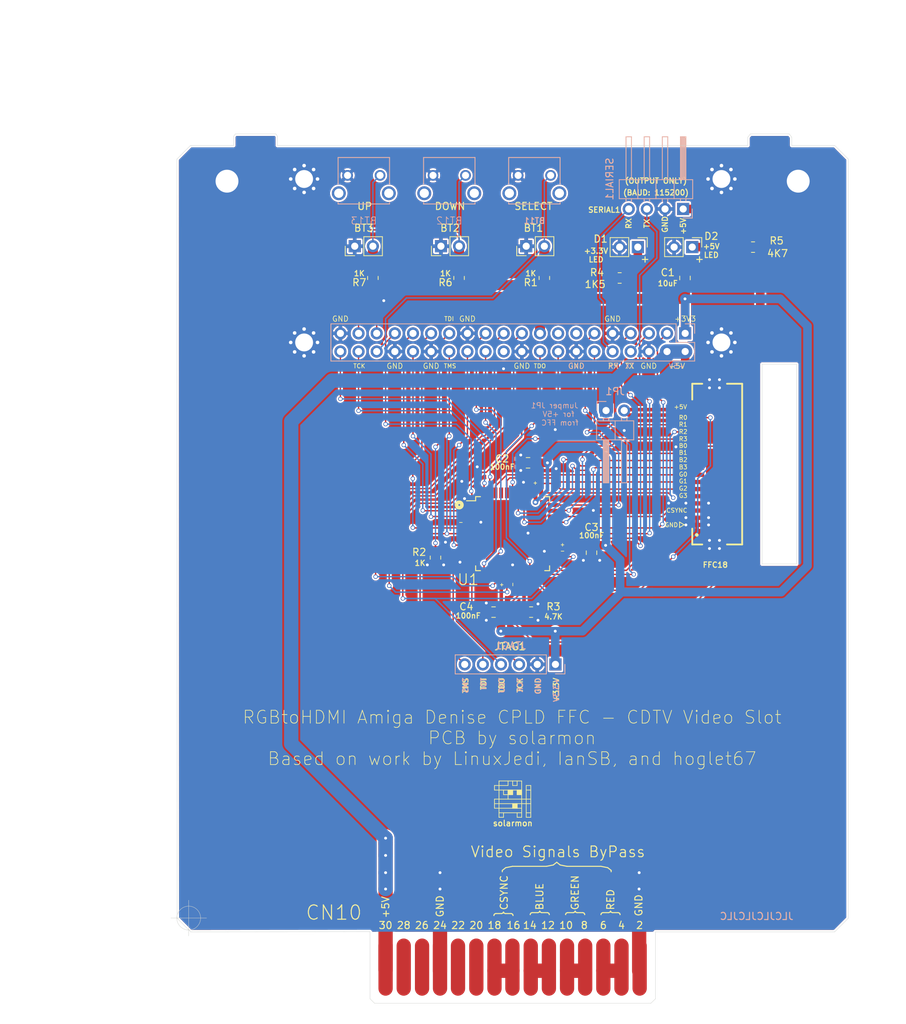
<source format=kicad_pcb>
(kicad_pcb (version 20171130) (host pcbnew "(5.1.12)-1")
  (title_block (title "RGBtoHDMI Amiga Denise CPLD FFC - CDTV Video Slot") (date 2021-12-04) (rev 1))
  (layers (0 F.Cu signal) (31 B.Cu signal) (34 B.Paste user) (35 F.Paste user) (36 B.SilkS user) (37 F.SilkS user) (38 B.Mask user) (39 F.Mask user) (44 Edge.Cuts user))
  (net 0 "")
  (net 1 GND)
  (net 2 +3V3)
  (net 3 /GPIO21)
  (net 4 /GPIO20)
  (net 5 /GPIO26)
  (net 6 /GPIO16)
  (net 7 /GPIO18)
  (net 8 /GPIO13)
  (net 9 /GPIO12)
  (net 10 /GPIO6)
  (net 11 /GPIO5)
  (net 12 /GPIO0)
  (net 13 /GPIO7)
  (net 14 /GPIO8)
  (net 15 /GPIO11)
  (net 16 /GPIO25)
  (net 17 /GPIO9)
  (net 18 /GPIO10)
  (net 19 /GPIO24)
  (net 20 /GPIO23)
  (net 21 /GPIO22)
  (net 22 /GPIO27)
  (net 23 /GPIO17)
  (net 24 /GPIO15)
  (net 25 /GPIO14)
  (net 26 /GPIO4)
  (net 27 /GPIO3)
  (net 28 /GPIO2)
  (net 29 /GPIO19)
  (net 30 /CLKEN)
  (net 31 /B0)
  (net 32 /R3)
  (net 33 /R2)
  (net 34 /R1)
  (net 35 /R0)
  (net 36 /G3)
  (net 37 /G2)
  (net 38 /G1)
  (net 39 /G0)
  (net 40 /B3)
  (net 41 /B2)
  (net 42 /B1)
  (net 43 /VSYNC)
  (net 44 /DETECT)
  (net 45 +5V)
  (net 46 /CSYNC)
  (net 47 /FFC_5V)
  (net 48 "Net-(CN10-Pad22)")
  (net 49 "Net-(CN10-Pad20)")
  (net 50 "Net-(CN10-Pad28)")
  (net 51 "Net-(CN10-Pad26)")
  (net 52 AR)
  (net 53 AC)
  (net 54 AB)
  (net 55 AG)
  (net 56 "Net-(D1-Pad1)")
  (net 57 "Net-(D2-Pad1)")
  (module Connector_PinHeader_2.54mm:PinHeader_1x04_P2.54mm_Horizontal (layer B.Cu) (at 120.015 48.133 90)
    (fp_text reference SERIAL1 (at 4.191 -10.287 90) (layer B.SilkS) (effects (justify mirror)))
    (fp_text value Conn_01x04)
    (pad 1 thru_hole rect (at 0 0 90) (size 1.7 1.7) (drill 1) (layers *.Cu *.Mask) (net 45 +5V))
    (pad 2 thru_hole oval (at 0 -2.54 90) (size 1.7 1.7) (drill 1) (layers *.Cu *.Mask) (net 1 GND))
    (pad 3 thru_hole oval (at 0 -5.08 90) (size 1.7 1.7) (drill 1) (layers *.Cu *.Mask) (net 25 /GPIO14))
    (pad 4 thru_hole oval (at 0 -7.62 90) (size 1.7 1.7) (drill 1) (layers *.Cu *.Mask) (net 24 /GPIO15))
  )
  (module MountingHole:MountingHole_2.5mm_Pad_Via (layer F.Cu) (at 125.3744 66.802)
    (fp_text reference H4 hide)
    (fp_text value MountingHole_Pad)
    (pad 1 thru_hole circle (at 1.325825 -1.325825) (size 0.8 0.8) (drill 0.5) (layers *.Cu *.Mask) (net 1 GND))
    (pad 1 thru_hole circle (at 0 -1.875) (size 0.8 0.8) (drill 0.5) (layers *.Cu *.Mask) (net 1 GND))
    (pad 1 thru_hole circle (at -1.325825 -1.325825) (size 0.8 0.8) (drill 0.5) (layers *.Cu *.Mask) (net 1 GND))
    (pad 1 thru_hole circle (at -1.875 0) (size 0.8 0.8) (drill 0.5) (layers *.Cu *.Mask) (net 1 GND))
    (pad 1 thru_hole circle (at -1.325825 1.325825) (size 0.8 0.8) (drill 0.5) (layers *.Cu *.Mask) (net 1 GND))
    (pad 1 thru_hole circle (at 0 1.875) (size 0.8 0.8) (drill 0.5) (layers *.Cu *.Mask) (net 1 GND))
    (pad 1 thru_hole circle (at 1.325825 1.325825) (size 0.8 0.8) (drill 0.5) (layers *.Cu *.Mask) (net 1 GND))
    (pad 1 thru_hole circle (at 1.875 0) (size 0.8 0.8) (drill 0.5) (layers *.Cu *.Mask) (net 1 GND))
    (pad 1 thru_hole circle (at 0 0) (size 5 5) (drill 2.5) (layers *.Cu *.Mask) (net 1 GND))
  )
  (module MountingHole:MountingHole_2.5mm_Pad_Via (layer F.Cu) (at 66.9544 66.802)
    (fp_text reference H3 hide)
    (fp_text value MountingHole_Pad)
    (pad 1 thru_hole circle (at 1.325825 -1.325825) (size 0.8 0.8) (drill 0.5) (layers *.Cu *.Mask) (net 1 GND))
    (pad 1 thru_hole circle (at 0 -1.875) (size 0.8 0.8) (drill 0.5) (layers *.Cu *.Mask) (net 1 GND))
    (pad 1 thru_hole circle (at -1.325825 -1.325825) (size 0.8 0.8) (drill 0.5) (layers *.Cu *.Mask) (net 1 GND))
    (pad 1 thru_hole circle (at -1.875 0) (size 0.8 0.8) (drill 0.5) (layers *.Cu *.Mask) (net 1 GND))
    (pad 1 thru_hole circle (at -1.325825 1.325825) (size 0.8 0.8) (drill 0.5) (layers *.Cu *.Mask) (net 1 GND))
    (pad 1 thru_hole circle (at 0 1.875) (size 0.8 0.8) (drill 0.5) (layers *.Cu *.Mask) (net 1 GND))
    (pad 1 thru_hole circle (at 1.325825 1.325825) (size 0.8 0.8) (drill 0.5) (layers *.Cu *.Mask) (net 1 GND))
    (pad 1 thru_hole circle (at 1.875 0) (size 0.8 0.8) (drill 0.5) (layers *.Cu *.Mask) (net 1 GND))
    (pad 1 thru_hole circle (at 0 0) (size 5 5) (drill 2.5) (layers *.Cu *.Mask) (net 1 GND))
  )
  (module MountingHole:MountingHole_2.5mm_Pad_Via (layer F.Cu) (at 125.3744 43.942)
    (fp_text reference H2 hide)
    (fp_text value MountingHole_Pad)
    (pad 1 thru_hole circle (at 1.325825 -1.325825) (size 0.8 0.8) (drill 0.5) (layers *.Cu *.Mask) (net 1 GND))
    (pad 1 thru_hole circle (at 0 -1.875) (size 0.8 0.8) (drill 0.5) (layers *.Cu *.Mask) (net 1 GND))
    (pad 1 thru_hole circle (at -1.325825 -1.325825) (size 0.8 0.8) (drill 0.5) (layers *.Cu *.Mask) (net 1 GND))
    (pad 1 thru_hole circle (at -1.875 0) (size 0.8 0.8) (drill 0.5) (layers *.Cu *.Mask) (net 1 GND))
    (pad 1 thru_hole circle (at -1.325825 1.325825) (size 0.8 0.8) (drill 0.5) (layers *.Cu *.Mask) (net 1 GND))
    (pad 1 thru_hole circle (at 0 1.875) (size 0.8 0.8) (drill 0.5) (layers *.Cu *.Mask) (net 1 GND))
    (pad 1 thru_hole circle (at 1.325825 1.325825) (size 0.8 0.8) (drill 0.5) (layers *.Cu *.Mask) (net 1 GND))
    (pad 1 thru_hole circle (at 1.875 0) (size 0.8 0.8) (drill 0.5) (layers *.Cu *.Mask) (net 1 GND))
    (pad 1 thru_hole circle (at 0 0) (size 5 5) (drill 2.5) (layers *.Cu *.Mask) (net 1 GND))
  )
  (module MountingHole:MountingHole_2.5mm_Pad_Via (layer F.Cu) (at 66.9544 43.942)
    (fp_text reference H1 hide)
    (fp_text value MountingHole_Pad)
    (pad 1 thru_hole circle (at 1.325825 -1.325825) (size 0.8 0.8) (drill 0.5) (layers *.Cu *.Mask) (net 1 GND))
    (pad 1 thru_hole circle (at 0 -1.875) (size 0.8 0.8) (drill 0.5) (layers *.Cu *.Mask) (net 1 GND))
    (pad 1 thru_hole circle (at -1.325825 -1.325825) (size 0.8 0.8) (drill 0.5) (layers *.Cu *.Mask) (net 1 GND))
    (pad 1 thru_hole circle (at -1.875 0) (size 0.8 0.8) (drill 0.5) (layers *.Cu *.Mask) (net 1 GND))
    (pad 1 thru_hole circle (at -1.325825 1.325825) (size 0.8 0.8) (drill 0.5) (layers *.Cu *.Mask) (net 1 GND))
    (pad 1 thru_hole circle (at 0 1.875) (size 0.8 0.8) (drill 0.5) (layers *.Cu *.Mask) (net 1 GND))
    (pad 1 thru_hole circle (at 1.325825 1.325825) (size 0.8 0.8) (drill 0.5) (layers *.Cu *.Mask) (net 1 GND))
    (pad 1 thru_hole circle (at 1.875 0) (size 0.8 0.8) (drill 0.5) (layers *.Cu *.Mask) (net 1 GND))
    (pad 1 thru_hole circle (at 0 0) (size 5 5) (drill 2.5) (layers *.Cu *.Mask) (net 1 GND))
  )
  (module Connector_PinHeader_2.54mm:PinHeader_1x02_P2.54mm_Vertical (layer F.Cu) (at 121.285 53.467 270)
    (fp_text reference D2 (at -1.524 -2.667 180) (layer F.SilkS))
    (fp_text value Conn_01x02)
    (pad 2 thru_hole oval (at 0 2.54 270) (size 1.7 1.7) (drill 1) (layers *.Cu *.Mask) (net 1 GND))
    (pad 1 thru_hole rect (at 0 0 270) (size 1.7 1.7) (drill 1) (layers *.Cu *.Mask) (net 57 "Net-(D2-Pad1)"))
  )
  (module Connector_PinHeader_2.54mm:PinHeader_1x02_P2.54mm_Vertical (layer F.Cu) (at 113.665 53.467 270)
    (fp_text reference D1 (at -1.143 5.207 180) (layer F.SilkS))
    (fp_text value Conn_01x02)
    (pad 2 thru_hole oval (at 0 2.54 270) (size 1.7 1.7) (drill 1) (layers *.Cu *.Mask) (net 1 GND))
    (pad 1 thru_hole rect (at 0 0 270) (size 1.7 1.7) (drill 1) (layers *.Cu *.Mask) (net 56 "Net-(D1-Pad1)"))
  )
  (module Resistor_SMD:R_0805_2012Metric_Pad1.20x1.40mm_HandSolder (layer F.Cu) (at 129.794 53.467 180)
    (fp_text reference R5 (at -3.302 0.889) (layer F.SilkS))
    (fp_text value 4K7 (at -3.429 -0.889) (layer F.SilkS))
    (pad 2 smd roundrect (at 1 0 180) (size 1.2 1.4) (layers F.Cu F.Paste F.Mask) (roundrect_rratio 0.2083325) (net 57 "Net-(D2-Pad1)"))
    (pad 1 smd roundrect (at -1 0 180) (size 1.2 1.4) (layers F.Cu F.Paste F.Mask) (roundrect_rratio 0.2083325) (net 45 +5V))
  )
  (module Resistor_SMD:R_0805_2012Metric_Pad1.20x1.40mm_HandSolder (layer F.Cu) (at 111.125 57.785)
    (fp_text reference R4 (at -3.175 -0.762) (layer F.SilkS))
    (fp_text value 1K5 (at -3.429 0.889) (layer F.SilkS))
    (pad 2 smd roundrect (at 1 0) (size 1.2 1.4) (layers F.Cu F.Paste F.Mask) (roundrect_rratio 0.2083325) (net 56 "Net-(D1-Pad1)"))
    (pad 1 smd roundrect (at -1 0) (size 1.2 1.4) (layers F.Cu F.Paste F.Mask) (roundrect_rratio 0.2083325) (net 2 +3V3))
  )
  (module solarmon_library:CDTV_Video_Slot_30_pin (layer F.Cu) (at 113.919 154.178)
    (fp_text reference CN10 (at -42.799 -7.62) (layer F.SilkS) (effects (font (size 2 2))))
    (fp_text value Conn_02x15_Odd_Even)
    (pad 22 connect roundrect (at -25.4254 0) (size 2 8) (layers F.Cu F.Mask) (roundrect_rratio 0.5) (net 48 "Net-(CN10-Pad22)"))
    (pad 24 connect roundrect (at -27.94 0) (size 2 8) (layers F.Cu F.Mask) (roundrect_rratio 0.5) (net 1 GND))
    (pad 20 connect roundrect (at -22.86 0) (size 2 8) (layers F.Cu F.Mask) (roundrect_rratio 0.5) (net 49 "Net-(CN10-Pad20)"))
    (pad 18 connect roundrect (at -20.32 0) (size 2 8) (layers F.Cu F.Mask) (roundrect_rratio 0.5) (net 53 AC))
    (pad 28 connect roundrect (at -33.02 0) (size 2 8) (layers F.Cu F.Mask) (roundrect_rratio 0.5) (net 50 "Net-(CN10-Pad28)"))
    (pad 30 connect roundrect (at -35.56 0) (size 2 8) (layers F.Cu F.Mask) (roundrect_rratio 0.5) (net 45 +5V))
    (pad 26 connect roundrect (at -30.4546 0) (size 2 8) (layers F.Cu F.Mask) (roundrect_rratio 0.5) (net 51 "Net-(CN10-Pad26)"))
    (pad 14 connect roundrect (at -15.24 0) (size 2 8) (layers F.Cu F.Mask) (roundrect_rratio 0.5) (net 54 AB))
    (pad 16 connect roundrect (at -17.8054 0) (size 2 8) (layers F.Cu F.Mask) (roundrect_rratio 0.5) (net 53 AC))
    (pad 12 connect roundrect (at -12.7 0) (size 2 8) (layers F.Cu F.Mask) (roundrect_rratio 0.5) (net 54 AB))
    (pad 10 connect roundrect (at -10.16 0) (size 2 8) (layers F.Cu F.Mask) (roundrect_rratio 0.5) (net 55 AG))
    (pad 8 connect roundrect (at -7.62 0) (size 2 8) (layers F.Cu F.Mask) (roundrect_rratio 0.5) (net 55 AG))
    (pad 6 connect roundrect (at -5.08 0) (size 2 8) (layers F.Cu F.Mask) (roundrect_rratio 0.5) (net 52 AR))
    (pad 4 connect roundrect (at -2.54 0) (size 2 8) (layers F.Cu F.Mask) (roundrect_rratio 0.5) (net 52 AR))
    (pad 2 connect roundrect (at 0 0) (size 2 8) (layers F.Cu F.Mask) (roundrect_rratio 0.5) (net 1 GND))
  )
  (module MountingHole:MountingHole_3.2mm_M3 (layer F.Cu) (at 136.1186 44.2468)
    (fp_text reference H6 hide)
    (fp_text value MountingHole_Pad)
    (pad 1 np_thru_hole circle (at 0 0) (size 3.2 3.2) (drill 3.2) (layers *.Cu *.Mask) (net 1 GND))
  )
  (module MountingHole:MountingHole_3.2mm_M3 (layer F.Cu) (at 56.1594 44.2468)
    (fp_text reference H5 hide)
    (fp_text value MountingHole_Pad)
    (pad 1 np_thru_hole circle (at 0 0) (size 3.2 3.2) (drill 3.2) (layers *.Cu *.Mask) (net 1 GND))
  )
  (module Connector_PinHeader_2.54mm:PinHeader_1x02_P2.54mm_Vertical (layer F.Cu) (at 74.041 53.34 90)
    (fp_text reference BT3 (at 2.54 1.27) (layer F.SilkS))
    (fp_text value Jumper_2_Open)
    (pad 2 thru_hole oval (at 0 2.54 90) (size 1.7 1.7) (drill 1) (layers *.Cu *.Mask) (net 29 /GPIO19))
    (pad 1 thru_hole rect (at 0 0 90) (size 1.7 1.7) (drill 1) (layers *.Cu *.Mask) (net 1 GND))
  )
  (module Connector_PinHeader_2.54mm:PinHeader_1x02_P2.54mm_Vertical (layer F.Cu) (at 86.106 53.34 90)
    (fp_text reference BT2 (at 2.54 1.27) (layer F.SilkS))
    (fp_text value Jumper_2_Open)
    (pad 2 thru_hole oval (at 0 2.54 90) (size 1.7 1.7) (drill 1) (layers *.Cu *.Mask) (net 5 /GPIO26))
    (pad 1 thru_hole rect (at 0 0 90) (size 1.7 1.7) (drill 1) (layers *.Cu *.Mask) (net 1 GND))
  )
  (module Connector_PinHeader_2.54mm:PinHeader_1x02_P2.54mm_Vertical (layer F.Cu) (at 98.044 53.34 90)
    (fp_text reference BT1 (at 2.54 1.016) (layer F.SilkS))
    (fp_text value Jumper_2_Open)
    (pad 2 thru_hole oval (at 0 2.54 90) (size 1.7 1.7) (drill 1) (layers *.Cu *.Mask) (net 6 /GPIO16))
    (pad 1 thru_hole rect (at 0 0 90) (size 1.7 1.7) (drill 1) (layers *.Cu *.Mask) (net 1 GND))
  )
  (module solarmon_library:solarmon-logo-25mils (layer F.Cu) (at 96.139 131.318)
    (fp_text reference solarmon1 hide)
    (fp_text value solarmon_logo)
    (fp_poly (pts (xy 2.54 -1.905) (xy 1.905 -1.905) (xy 1.905 -2.54) (xy 2.54 -2.54)) (layer F.Cu) (width 0.1))
    (fp_poly (pts (xy 2.54 1.905) (xy 1.905 1.905) (xy 1.905 1.27) (xy 2.54 1.27)) (layer F.Cu) (width 0.1))
    (fp_poly (pts (xy 1.27 -2.54) (xy 0.635 -2.54) (xy 0.635 -3.175) (xy 1.27 -3.175)) (layer F.Cu) (width 0.1))
    (fp_poly (pts (xy 1.27 -1.905) (xy 0.635 -1.905) (xy 0.635 -2.54) (xy 1.27 -2.54)) (layer F.Cu) (width 0.1))
    (fp_poly (pts (xy 0.635 -1.905) (xy 0 -1.905) (xy 0 -2.54) (xy 0.635 -2.54)) (layer F.Cu) (width 0.1))
    (fp_poly (pts (xy 0 -1.905) (xy -0.635 -1.905) (xy -0.635 -2.54) (xy 0 -2.54)) (layer F.Cu) (width 0.1))
    (fp_poly (pts (xy 0 -2.54) (xy -0.635 -2.54) (xy -0.635 -3.175) (xy 0 -3.175)) (layer F.Cu) (width 0.1))
    (fp_poly (pts (xy -0.635 -1.905) (xy -1.27 -1.905) (xy -1.27 -2.54) (xy -0.635 -2.54)) (layer F.Cu) (width 0.1))
    (fp_poly (pts (xy -1.27 -1.905) (xy -1.905 -1.905) (xy -1.905 -2.54) (xy -1.27 -2.54)) (layer F.Cu) (width 0.1))
    (fp_poly (pts (xy -1.27 0.635) (xy -1.905 0.635) (xy -1.905 0) (xy -1.27 0)) (layer F.Cu) (width 0.1))
    (fp_poly (pts (xy -0.635 0.635) (xy -1.27 0.635) (xy -1.27 0) (xy -0.635 0)) (layer F.Cu) (width 0.1))
    (fp_poly (pts (xy 0 0.635) (xy -0.635 0.635) (xy -0.635 0) (xy 0 0)) (layer F.Cu) (width 0.1))
    (fp_poly (pts (xy 1.27 0.635) (xy 0.635 0.635) (xy 0.635 0) (xy 1.27 0)) (layer F.Cu) (width 0.1))
    (fp_poly (pts (xy 1.27 1.905) (xy 0.635 1.905) (xy 0.635 1.27) (xy 1.27 1.27)) (layer F.Cu) (width 0.1))
    (fp_poly (pts (xy -1.27 1.905) (xy -1.905 1.905) (xy -1.905 1.27) (xy -1.27 1.27)) (layer F.Cu) (width 0.1))
  )
  (module solarmon_library:PUSH_BUTTON_RIGHT_ANGLE (layer B.Cu) (at 75.311 43.434)
    (fp_text reference BT13 (at 0 6.35) (layer B.SilkS) (effects (font (size 1.00093 1.00093) (thickness 0.1)) (justify mirror)))
    (fp_text value Jumper_2_Open hide)
    (pad 1 thru_hole circle (at -2.275 0) (size 1.508 1.508) (drill 1) (layers *.Cu *.Mask) (net 1 GND))
    (pad 2 thru_hole circle (at 2.275 0) (size 1.508 1.508) (drill 1) (layers *.Cu *.Mask) (net 29 /GPIO19))
    (pad "" thru_hole circle (at -3.5 2.5) (size 1.95 1.95) (drill 1.3) (layers *.Cu *.Mask))
    (pad "" thru_hole circle (at 3.5 2.5) (size 1.95 1.95) (drill 1.3) (layers *.Cu *.Mask))
  )
  (module solarmon_library:PUSH_BUTTON_RIGHT_ANGLE (layer B.Cu) (at 87.2744 43.434)
    (fp_text reference BT12 (at 0 6.35) (layer B.SilkS) (effects (font (size 1.00093 1.00093) (thickness 0.1)) (justify mirror)))
    (fp_text value Jumper_2_Open hide)
    (pad 1 thru_hole circle (at -2.275 0) (size 1.508 1.508) (drill 1) (layers *.Cu *.Mask) (net 1 GND))
    (pad 2 thru_hole circle (at 2.275 0) (size 1.508 1.508) (drill 1) (layers *.Cu *.Mask) (net 5 /GPIO26))
    (pad "" thru_hole circle (at -3.5 2.5) (size 1.95 1.95) (drill 1.3) (layers *.Cu *.Mask))
    (pad "" thru_hole circle (at 3.5 2.5) (size 1.95 1.95) (drill 1.3) (layers *.Cu *.Mask))
  )
  (module solarmon_library:PUSH_BUTTON_RIGHT_ANGLE (layer B.Cu) (at 99.187 43.434)
    (fp_text reference BT11 (at 0 6.35) (layer B.SilkS) (effects (font (size 0.8 0.8)) (justify mirror)))
    (fp_text value Jumper_2_Open hide)
    (pad 1 thru_hole circle (at -2.275 0) (size 1.508 1.508) (drill 1) (layers *.Cu *.Mask) (net 1 GND))
    (pad 2 thru_hole circle (at 2.275 0) (size 1.508 1.508) (drill 1) (layers *.Cu *.Mask) (net 6 /GPIO16))
    (pad "" thru_hole circle (at -3.5 2.5) (size 1.95 1.95) (drill 1.3) (layers *.Cu *.Mask))
    (pad "" thru_hole circle (at 3.5 2.5) (size 1.95 1.95) (drill 1.3) (layers *.Cu *.Mask))
  )
  (module solarmon_library:FPC-SMD_X10B25U18T (layer F.Cu) (at 121.92 83.82 270)
    (fp_text reference FFC18 (at 14.097 -0.762 180) (layer F.SilkS) (effects (font (size 0.75 0.75)) (justify left)))
    (fp_text value Conn_01x18 hide)
    (pad MP smd rect (at 11.25 -2.495 90) (size 2.5 3) (layers F.Cu F.Paste F.Mask) (net 1 GND))
    (pad MP smd rect (at -11.25 -2.495 90) (size 2.5 3) (layers F.Cu F.Paste F.Mask) (net 1 GND))
    (pad 18 smd rect (at -8.5 -0.045 90) (size 0.6 2) (layers F.Cu F.Paste F.Mask) (net 47 /FFC_5V))
    (pad 17 smd rect (at -7.5 -0.045 90) (size 0.6 2) (layers F.Cu F.Paste F.Mask) (net 47 /FFC_5V))
    (pad 16 smd rect (at -6.5 -0.045 90) (size 0.6 2) (layers F.Cu F.Paste F.Mask) (net 35 /R0))
    (pad 15 smd rect (at -5.5 -0.045 90) (size 0.6 2) (layers F.Cu F.Paste F.Mask) (net 34 /R1))
    (pad 14 smd rect (at -4.5 -0.045 90) (size 0.6 2) (layers F.Cu F.Paste F.Mask) (net 33 /R2))
    (pad 13 smd rect (at -3.5 -0.045 90) (size 0.6 2) (layers F.Cu F.Paste F.Mask) (net 32 /R3))
    (pad 12 smd rect (at -2.5 -0.045 90) (size 0.6 2) (layers F.Cu F.Paste F.Mask) (net 31 /B0))
    (pad 11 smd rect (at -1.5 -0.045 90) (size 0.6 2) (layers F.Cu F.Paste F.Mask) (net 42 /B1))
    (pad 10 smd rect (at -0.5 -0.045 90) (size 0.6 2) (layers F.Cu F.Paste F.Mask) (net 41 /B2))
    (pad 9 smd rect (at 0.5 -0.045 90) (size 0.6 2) (layers F.Cu F.Paste F.Mask) (net 40 /B3))
    (pad 8 smd rect (at 1.5 -0.045 90) (size 0.6 2) (layers F.Cu F.Paste F.Mask) (net 39 /G0))
    (pad 7 smd rect (at 2.5 -0.045 90) (size 0.6 2) (layers F.Cu F.Paste F.Mask) (net 38 /G1))
    (pad 6 smd rect (at 3.5 -0.045 90) (size 0.6 2) (layers F.Cu F.Paste F.Mask) (net 37 /G2))
    (pad 5 smd rect (at 4.5 -0.045 90) (size 0.6 2) (layers F.Cu F.Paste F.Mask) (net 36 /G3))
    (pad 4 smd rect (at 5.5 -0.045 90) (size 0.6 2) (layers F.Cu F.Paste F.Mask) (net 1 GND))
    (pad 3 smd rect (at 6.5 -0.045 90) (size 0.6 2) (layers F.Cu F.Paste F.Mask) (net 46 /CSYNC))
    (pad 2 smd rect (at 7.5 -0.045 90) (size 0.6 2) (layers F.Cu F.Paste F.Mask) (net 1 GND))
    (pad 1 smd rect (at 8.5 -0.045 90) (size 0.6 2) (layers F.Cu F.Paste F.Mask) (net 1 GND))
  )
  (module Connector_PinHeader_2.54mm:PinHeader_1x02_P2.54mm_Horizontal (layer B.Cu) (at 109.22 76.327 270)
    (fp_text reference JP1 (at -2.667 -1.27 180) (layer B.SilkS) (effects (justify mirror)))
    (fp_text value Conn_01x02)
    (pad 2 thru_hole oval (at 0 -2.54 270) (size 1.7 1.7) (drill 1) (layers *.Cu *.Mask) (net 47 /FFC_5V))
    (pad 1 thru_hole rect (at 0 0 270) (size 1.7 1.7) (drill 1) (layers *.Cu *.Mask) (net 45 +5V))
  )
  (module Resistor_SMD:R_0805_2012Metric_Pad1.20x1.40mm_HandSolder (layer F.Cu) (at 76.581 57.785 90)
    (fp_text reference R7 (at -0.635 -1.905 180) (layer F.SilkS))
    (fp_text value 1K (at 0.635 -1.905 180) (layer F.SilkS) (effects (font (size 0.75 0.75))))
    (pad 2 smd roundrect (at 1 0 90) (size 1.2 1.4) (layers F.Cu F.Paste F.Mask) (roundrect_rratio 0.2083325) (net 29 /GPIO19))
    (pad 1 smd roundrect (at -1 0 90) (size 1.2 1.4) (layers F.Cu F.Paste F.Mask) (roundrect_rratio 0.2083325) (net 2 +3V3))
  )
  (module Resistor_SMD:R_0805_2012Metric_Pad1.20x1.40mm_HandSolder (layer F.Cu) (at 88.646 57.785 90)
    (fp_text reference R6 (at -0.635 -1.905 180) (layer F.SilkS))
    (fp_text value 1K (at 0.635 -1.905 180) (layer F.SilkS) (effects (font (size 0.75 0.75))))
    (pad 2 smd roundrect (at 1 0 90) (size 1.2 1.4) (layers F.Cu F.Paste F.Mask) (roundrect_rratio 0.2083325) (net 5 /GPIO26))
    (pad 1 smd roundrect (at -1 0 90) (size 1.2 1.4) (layers F.Cu F.Paste F.Mask) (roundrect_rratio 0.2083325) (net 2 +3V3))
  )
  (module Connector_PinHeader_2.54mm:PinHeader_1x06_P2.54mm_Vertical (layer B.Cu) (at 102.1334 111.8362 90)
    (fp_text reference JTAG1 (at 2.6162 -6.2484) (layer B.SilkS) (effects (justify mirror)))
    (fp_text value Conn_01x06)
    (pad 6 thru_hole oval (at 0 -12.7 90) (size 1.7 1.7) (drill 1) (layers *.Cu *.Mask) (net 30 /CLKEN))
    (pad 5 thru_hole oval (at 0 -10.16 90) (size 1.7 1.7) (drill 1) (layers *.Cu *.Mask) (net 12 /GPIO0))
    (pad 4 thru_hole oval (at 0 -7.62 90) (size 1.7 1.7) (drill 1) (layers *.Cu *.Mask) (net 19 /GPIO24))
    (pad 3 thru_hole oval (at 0 -5.08 90) (size 1.7 1.7) (drill 1) (layers *.Cu *.Mask) (net 4 /GPIO20))
    (pad 2 thru_hole oval (at 0 -2.54 90) (size 1.7 1.7) (drill 1) (layers *.Cu *.Mask) (net 1 GND))
    (pad 1 thru_hole rect (at 0 0 90) (size 1.7 1.7) (drill 1) (layers *.Cu *.Mask) (net 2 +3V3))
  )
  (module Capacitor_SMD:C_0805_2012Metric_Pad1.18x1.45mm_HandSolder (layer F.Cu) (at 120.269 57.785 90)
    (fp_text reference C1 (at 0.762 -2.413 180) (layer F.SilkS))
    (fp_text value 10uF (at -0.762 -2.413 180) (layer F.SilkS) (effects (font (size 0.75 0.75))))
    (pad 2 smd roundrect (at 1.0375 0 90) (size 1.175 1.45) (layers F.Cu F.Paste F.Mask) (roundrect_rratio 0.2127659574468085) (net 1 GND))
    (pad 1 smd roundrect (at -1.0375 0 90) (size 1.175 1.45) (layers F.Cu F.Paste F.Mask) (roundrect_rratio 0.2127659574468085) (net 2 +3V3))
  )
  (module Resistor_SMD:R_0805_2012Metric_Pad1.20x1.40mm_HandSolder (layer F.Cu) (at 98.7298 104.521)
    (fp_text reference R3 (at 3.1242 -0.762) (layer F.SilkS))
    (fp_text value 4.7K (at 3.1242 0.635) (layer F.SilkS) (effects (font (size 0.75 0.75))))
    (pad 2 smd roundrect (at 1 0) (size 1.2 1.4) (layers F.Cu F.Paste F.Mask) (roundrect_rratio 0.2083325) (net 1 GND))
    (pad 1 smd roundrect (at -1 0) (size 1.2 1.4) (layers F.Cu F.Paste F.Mask) (roundrect_rratio 0.2083325) (net 44 /DETECT))
  )
  (module Resistor_SMD:R_0805_2012Metric_Pad1.20x1.40mm_HandSolder (layer F.Cu) (at 85.344 96.901 270)
    (fp_text reference R2 (at -0.762 2.286) (layer F.SilkS))
    (fp_text value 1K (at 0.762 2.159 180) (layer F.SilkS) (effects (font (size 0.75 0.75))))
    (pad 2 smd roundrect (at 1 0 270) (size 1.2 1.4) (layers F.Cu F.Paste F.Mask) (roundrect_rratio 0.2083325) (net 1 GND))
    (pad 1 smd roundrect (at -1 0 270) (size 1.2 1.4) (layers F.Cu F.Paste F.Mask) (roundrect_rratio 0.2083325) (net 12 /GPIO0))
  )
  (module Resistor_SMD:R_0805_2012Metric_Pad1.20x1.40mm_HandSolder (layer F.Cu) (at 100.584 57.785 90)
    (fp_text reference R1 (at -0.635 -1.905 180) (layer F.SilkS))
    (fp_text value 1K (at 0.635 -1.905 180) (layer F.SilkS) (effects (font (size 0.75 0.75))))
    (pad 2 smd roundrect (at 1 0 90) (size 1.2 1.4) (layers F.Cu F.Paste F.Mask) (roundrect_rratio 0.2083325) (net 6 /GPIO16))
    (pad 1 smd roundrect (at -1 0 90) (size 1.2 1.4) (layers F.Cu F.Paste F.Mask) (roundrect_rratio 0.2083325) (net 2 +3V3))
  )
  (module Capacitor_SMD:C_0805_2012Metric_Pad1.18x1.45mm_HandSolder (layer F.Cu) (at 93.472 104.521 180)
    (fp_text reference C4 (at 3.81 0.762 180) (layer F.SilkS))
    (fp_text value 100nF (at 3.556 -0.508 180) (layer F.SilkS) (effects (font (size 0.75 0.75))))
    (pad 2 smd roundrect (at 1.0375 0 180) (size 1.175 1.45) (layers F.Cu F.Paste F.Mask) (roundrect_rratio 0.2127659574468085) (net 1 GND))
    (pad 1 smd roundrect (at -1.0375 0 180) (size 1.175 1.45) (layers F.Cu F.Paste F.Mask) (roundrect_rratio 0.2127659574468085) (net 2 +3V3))
  )
  (module Capacitor_SMD:C_0805_2012Metric_Pad1.18x1.45mm_HandSolder (layer F.Cu) (at 107.188 96.2152 270)
    (fp_text reference C3 (at -3.556 0 180) (layer F.SilkS))
    (fp_text value 100nF (at -2.413 0) (layer F.SilkS) (effects (font (size 0.75 0.75))))
    (pad 2 smd roundrect (at 1.0375 0 270) (size 1.175 1.45) (layers F.Cu F.Paste F.Mask) (roundrect_rratio 0.2127659574468085) (net 1 GND))
    (pad 1 smd roundrect (at -1.0375 0 270) (size 1.175 1.45) (layers F.Cu F.Paste F.Mask) (roundrect_rratio 0.2127659574468085) (net 2 +3V3))
  )
  (module Capacitor_SMD:C_0805_2012Metric_Pad1.18x1.45mm_HandSolder (layer F.Cu) (at 98.298 83.6422 180)
    (fp_text reference C2 (at 3.6195 0.5715) (layer F.SilkS))
    (fp_text value 100nF (at 3.6195 -0.5715) (layer F.SilkS) (effects (font (size 0.75 0.75))))
    (pad 2 smd roundrect (at 1.0375 0 180) (size 1.175 1.45) (layers F.Cu F.Paste F.Mask) (roundrect_rratio 0.2127659574468085) (net 1 GND))
    (pad 1 smd roundrect (at -1.0375 0 180) (size 1.175 1.45) (layers F.Cu F.Paste F.Mask) (roundrect_rratio 0.2127659574468085) (net 2 +3V3))
  )
  (module Package_QFP:TQFP-44_10x10mm_P0.8mm (layer F.Cu) (at 96.139 93.5482)
    (fp_text reference U1 (at -6.223 6.4262) (layer F.SilkS) (effects (font (size 1.5 1.5))))
    (fp_text value "XC9572VQ44 or XC9572XL-10VQG44C")
    (pad 44 smd rect (at -4 -5.7 90) (size 1.5 0.55) (layers F.Cu F.Paste F.Mask) (net 4 /GPIO20))
    (pad 43 smd rect (at -3.2 -5.7 90) (size 1.5 0.55) (layers F.Cu F.Paste F.Mask) (net 3 /GPIO21))
    (pad 42 smd rect (at -2.4 -5.7 90) (size 1.5 0.55) (layers F.Cu F.Paste F.Mask) (net 39 /G0))
    (pad 41 smd rect (at -1.6 -5.7 90) (size 1.5 0.55) (layers F.Cu F.Paste F.Mask) (net 43 /VSYNC))
    (pad 40 smd rect (at -0.8 -5.7 90) (size 1.5 0.55) (layers F.Cu F.Paste F.Mask) (net 38 /G1))
    (pad 39 smd rect (at 0 -5.7 90) (size 1.5 0.55) (layers F.Cu F.Paste F.Mask) (net 34 /R1))
    (pad 38 smd rect (at 0.8 -5.7 90) (size 1.5 0.55) (layers F.Cu F.Paste F.Mask) (net 42 /B1))
    (pad 37 smd rect (at 1.6 -5.7 90) (size 1.5 0.55) (layers F.Cu F.Paste F.Mask) (net 41 /B2))
    (pad 36 smd rect (at 2.4 -5.7 90) (size 1.5 0.55) (layers F.Cu F.Paste F.Mask) (net 37 /G2))
    (pad 35 smd rect (at 3.2 -5.7 90) (size 1.5 0.55) (layers F.Cu F.Paste F.Mask) (net 2 +3V3))
    (pad 34 smd rect (at 4 -5.7 90) (size 1.5 0.55) (layers F.Cu F.Paste F.Mask) (net 33 /R2))
    (pad 33 smd rect (at 5.7 -4) (size 1.5 0.55) (layers F.Cu F.Paste F.Mask) (net 7 /GPIO18))
    (pad 32 smd rect (at 5.7 -3.2) (size 1.5 0.55) (layers F.Cu F.Paste F.Mask) (net 32 /R3))
    (pad 31 smd rect (at 5.7 -2.4) (size 1.5 0.55) (layers F.Cu F.Paste F.Mask) (net 36 /G3))
    (pad 30 smd rect (at 5.7 -1.6) (size 1.5 0.55) (layers F.Cu F.Paste F.Mask) (net 40 /B3))
    (pad 29 smd rect (at 5.7 -0.8) (size 1.5 0.55) (layers F.Cu F.Paste F.Mask) (net 28 /GPIO2))
    (pad 28 smd rect (at 5.7 0) (size 1.5 0.55) (layers F.Cu F.Paste F.Mask) (net 27 /GPIO3))
    (pad 27 smd rect (at 5.7 0.8) (size 1.5 0.55) (layers F.Cu F.Paste F.Mask) (net 26 /GPIO4))
    (pad 26 smd rect (at 5.7 1.6) (size 1.5 0.55) (layers F.Cu F.Paste F.Mask) (net 2 +3V3))
    (pad 25 smd rect (at 5.7 2.4) (size 1.5 0.55) (layers F.Cu F.Paste F.Mask) (net 1 GND))
    (pad 24 smd rect (at 5.7 3.2) (size 1.5 0.55) (layers F.Cu F.Paste F.Mask) (net 19 /GPIO24))
    (pad 23 smd rect (at 5.7 4) (size 1.5 0.55) (layers F.Cu F.Paste F.Mask) (net 46 /CSYNC))
    (pad 22 smd rect (at 4 5.7 90) (size 1.5 0.55) (layers F.Cu F.Paste F.Mask) (net 23 /GPIO17))
    (pad 21 smd rect (at 3.2 5.7 90) (size 1.5 0.55) (layers F.Cu F.Paste F.Mask) (net 35 /R0))
    (pad 20 smd rect (at 2.4 5.7 90) (size 1.5 0.55) (layers F.Cu F.Paste F.Mask) (net 20 /GPIO23))
    (pad 19 smd rect (at 1.6 5.7 90) (size 1.5 0.55) (layers F.Cu F.Paste F.Mask) (net 44 /DETECT))
    (pad 18 smd rect (at 0.8 5.7 90) (size 1.5 0.55) (layers F.Cu F.Paste F.Mask) (net 31 /B0))
    (pad 17 smd rect (at 0 5.7 90) (size 1.5 0.55) (layers F.Cu F.Paste F.Mask) (net 1 GND))
    (pad 16 smd rect (at -0.8 5.7 90) (size 1.5 0.55) (layers F.Cu F.Paste F.Mask) (net 18 /GPIO10))
    (pad 15 smd rect (at -1.6 5.7 90) (size 1.5 0.55) (layers F.Cu F.Paste F.Mask) (net 2 +3V3))
    (pad 14 smd rect (at -2.4 5.7 90) (size 1.5 0.55) (layers F.Cu F.Paste F.Mask) (net 17 /GPIO9))
    (pad 13 smd rect (at -3.2 5.7 90) (size 1.5 0.55) (layers F.Cu F.Paste F.Mask) (net 15 /GPIO11))
    (pad 12 smd rect (at -4 5.7 90) (size 1.5 0.55) (layers F.Cu F.Paste F.Mask) (net 14 /GPIO8))
    (pad 11 smd rect (at -5.7 4) (size 1.5 0.55) (layers F.Cu F.Paste F.Mask) (net 4 /GPIO20))
    (pad 10 smd rect (at -5.7 3.2) (size 1.5 0.55) (layers F.Cu F.Paste F.Mask) (net 30 /CLKEN))
    (pad 9 smd rect (at -5.7 2.4) (size 1.5 0.55) (layers F.Cu F.Paste F.Mask) (net 12 /GPIO0))
    (pad 8 smd rect (at -5.7 1.6) (size 1.5 0.55) (layers F.Cu F.Paste F.Mask) (net 13 /GPIO7))
    (pad 7 smd rect (at -5.7 0.8) (size 1.5 0.55) (layers F.Cu F.Paste F.Mask) (net 12 /GPIO0))
    (pad 6 smd rect (at -5.7 0) (size 1.5 0.55) (layers F.Cu F.Paste F.Mask) (net 30 /CLKEN))
    (pad 5 smd rect (at -5.7 -0.8) (size 1.5 0.55) (layers F.Cu F.Paste F.Mask) (net 11 /GPIO5))
    (pad 4 smd rect (at -5.7 -1.6) (size 1.5 0.55) (layers F.Cu F.Paste F.Mask) (net 1 GND))
    (pad 3 smd rect (at -5.7 -2.4) (size 1.5 0.55) (layers F.Cu F.Paste F.Mask) (net 9 /GPIO12))
    (pad 2 smd rect (at -5.7 -3.2) (size 1.5 0.55) (layers F.Cu F.Paste F.Mask) (net 10 /GPIO6))
    (pad 1 smd rect (at -5.7 -4) (size 1.5 0.55) (layers F.Cu F.Paste F.Mask) (net 8 /GPIO13))
  )
  (module Connector_PinSocket_2.54mm:PinSocket_2x20_P2.54mm_Vertical (layer B.Cu) (at 120.2944 65.532 90)
    (fp_text reference J1 hide)
    (fp_text value Raspberry_Pi_2_3)
    (pad 40 thru_hole oval (at -2.54 -48.26 90) (size 1.7 1.7) (drill 1) (layers *.Cu *.Mask) (net 3 /GPIO21))
    (pad 39 thru_hole oval (at 0 -48.26 90) (size 1.7 1.7) (drill 1) (layers *.Cu *.Mask) (net 1 GND))
    (pad 38 thru_hole oval (at -2.54 -45.72 90) (size 1.7 1.7) (drill 1) (layers *.Cu *.Mask) (net 4 /GPIO20))
    (pad 37 thru_hole oval (at 0 -45.72 90) (size 1.7 1.7) (drill 1) (layers *.Cu *.Mask) (net 5 /GPIO26))
    (pad 36 thru_hole oval (at -2.54 -43.18 90) (size 1.7 1.7) (drill 1) (layers *.Cu *.Mask) (net 6 /GPIO16))
    (pad 35 thru_hole oval (at 0 -43.18 90) (size 1.7 1.7) (drill 1) (layers *.Cu *.Mask) (net 29 /GPIO19))
    (pad 34 thru_hole oval (at -2.54 -40.64 90) (size 1.7 1.7) (drill 1) (layers *.Cu *.Mask) (net 1 GND))
    (pad 33 thru_hole oval (at 0 -40.64 90) (size 1.7 1.7) (drill 1) (layers *.Cu *.Mask) (net 8 /GPIO13))
    (pad 32 thru_hole oval (at -2.54 -38.1 90) (size 1.7 1.7) (drill 1) (layers *.Cu *.Mask) (net 9 /GPIO12))
    (pad 31 thru_hole oval (at 0 -38.1 90) (size 1.7 1.7) (drill 1) (layers *.Cu *.Mask) (net 10 /GPIO6))
    (pad 30 thru_hole oval (at -2.54 -35.56 90) (size 1.7 1.7) (drill 1) (layers *.Cu *.Mask) (net 1 GND))
    (pad 29 thru_hole oval (at 0 -35.56 90) (size 1.7 1.7) (drill 1) (layers *.Cu *.Mask) (net 11 /GPIO5))
    (pad 28 thru_hole oval (at -2.54 -33.02 90) (size 1.7 1.7) (drill 1) (layers *.Cu *.Mask) (net 30 /CLKEN))
    (pad 27 thru_hole oval (at 0 -33.02 90) (size 1.7 1.7) (drill 1) (layers *.Cu *.Mask) (net 12 /GPIO0))
    (pad 26 thru_hole oval (at -2.54 -30.48 90) (size 1.7 1.7) (drill 1) (layers *.Cu *.Mask) (net 13 /GPIO7))
    (pad 25 thru_hole oval (at 0 -30.48 90) (size 1.7 1.7) (drill 1) (layers *.Cu *.Mask) (net 1 GND))
    (pad 24 thru_hole oval (at -2.54 -27.94 90) (size 1.7 1.7) (drill 1) (layers *.Cu *.Mask) (net 14 /GPIO8))
    (pad 23 thru_hole oval (at 0 -27.94 90) (size 1.7 1.7) (drill 1) (layers *.Cu *.Mask) (net 15 /GPIO11))
    (pad 22 thru_hole oval (at -2.54 -25.4 90) (size 1.7 1.7) (drill 1) (layers *.Cu *.Mask) (net 16 /GPIO25))
    (pad 21 thru_hole oval (at 0 -25.4 90) (size 1.7 1.7) (drill 1) (layers *.Cu *.Mask) (net 17 /GPIO9))
    (pad 20 thru_hole oval (at -2.54 -22.86 90) (size 1.7 1.7) (drill 1) (layers *.Cu *.Mask) (net 1 GND))
    (pad 19 thru_hole oval (at 0 -22.86 90) (size 1.7 1.7) (drill 1) (layers *.Cu *.Mask) (net 18 /GPIO10))
    (pad 18 thru_hole oval (at -2.54 -20.32 90) (size 1.7 1.7) (drill 1) (layers *.Cu *.Mask) (net 19 /GPIO24))
    (pad 17 thru_hole oval (at 0 -20.32 90) (size 1.7 1.7) (drill 1) (layers *.Cu *.Mask) (net 2 +3V3))
    (pad 16 thru_hole oval (at -2.54 -17.78 90) (size 1.7 1.7) (drill 1) (layers *.Cu *.Mask) (net 20 /GPIO23))
    (pad 15 thru_hole oval (at 0 -17.78 90) (size 1.7 1.7) (drill 1) (layers *.Cu *.Mask) (net 21 /GPIO22))
    (pad 14 thru_hole oval (at -2.54 -15.24 90) (size 1.7 1.7) (drill 1) (layers *.Cu *.Mask) (net 1 GND))
    (pad 13 thru_hole oval (at 0 -15.24 90) (size 1.7 1.7) (drill 1) (layers *.Cu *.Mask) (net 22 /GPIO27))
    (pad 12 thru_hole oval (at -2.54 -12.7 90) (size 1.7 1.7) (drill 1) (layers *.Cu *.Mask) (net 7 /GPIO18))
    (pad 11 thru_hole oval (at 0 -12.7 90) (size 1.7 1.7) (drill 1) (layers *.Cu *.Mask) (net 23 /GPIO17))
    (pad 10 thru_hole oval (at -2.54 -10.16 90) (size 1.7 1.7) (drill 1) (layers *.Cu *.Mask) (net 24 /GPIO15))
    (pad 9 thru_hole oval (at 0 -10.16 90) (size 1.7 1.7) (drill 1) (layers *.Cu *.Mask) (net 1 GND))
    (pad 8 thru_hole oval (at -2.54 -7.62 90) (size 1.7 1.7) (drill 1) (layers *.Cu *.Mask) (net 25 /GPIO14))
    (pad 7 thru_hole oval (at 0 -7.62 90) (size 1.7 1.7) (drill 1) (layers *.Cu *.Mask) (net 26 /GPIO4))
    (pad 6 thru_hole oval (at -2.54 -5.08 90) (size 1.7 1.7) (drill 1) (layers *.Cu *.Mask) (net 1 GND))
    (pad 5 thru_hole oval (at 0 -5.08 90) (size 1.7 1.7) (drill 1) (layers *.Cu *.Mask) (net 27 /GPIO3))
    (pad 4 thru_hole oval (at -2.54 -2.54 90) (size 1.7 1.7) (drill 1) (layers *.Cu *.Mask) (net 45 +5V))
    (pad 3 thru_hole oval (at 0 -2.54 90) (size 1.7 1.7) (drill 1) (layers *.Cu *.Mask) (net 28 /GPIO2))
    (pad 2 thru_hole oval (at -2.54 0 90) (size 1.7 1.7) (drill 1) (layers *.Cu *.Mask) (net 45 +5V))
    (pad 1 thru_hole rect (at 0 0 90) (size 1.7 1.7) (drill 1) (layers *.Cu *.Mask) (net 2 +3V3))
  )
  (target plus (at 50.8 147.32) (size 5) (width 0.05) (layer Edge.Cuts))
  (gr_text + (at 114.681 55.118) (layer F.SilkS) (effects (font (size 1 1))))
  (gr_text + (at 122.301 55.118) (layer F.SilkS) (effects (font (size 1 1))))
  (gr_text GND (at 105.0544 70.104) (layer B.SilkS) (effects (font (size 0.75 0.75) (thickness 0.1)) (justify mirror)))
  (gr_text +5V (at 119.126 70.104) (layer B.SilkS) (effects (font (size 0.75 0.75) (thickness 0.1)) (justify mirror)))
  (gr_text TX (at 112.522 70.104) (layer B.SilkS) (effects (font (size 0.75 0.75) (thickness 0.1)) (justify mirror)))
  (gr_text RX (at 110.236 70.104) (layer B.SilkS) (effects (font (size 0.75 0.75) (thickness 0.1)) (justify mirror)))
  (gr_text JLCJLCJLCJLC (at 130.302 147.066) (layer B.SilkS) (effects (font (size 1 1)) (justify mirror)))
  (gr_text "+5V\nLED" (at 123.952 53.975) (layer F.SilkS) (effects (font (size 0.75 0.75))))
  (gr_text "+3.3V\nLED" (at 107.823 54.61) (layer F.SilkS) (effects (font (size 0.75 0.75))))
  (gr_text "(OUTPUT ONLY)" (at 116.205 44.196) (layer F.SilkS) (effects (font (size 0.75 0.75))))
  (gr_text "(BAUD: 115200)" (at 116.205 45.847) (layer F.SilkS) (effects (font (size 0.75 0.75))))
  (gr_text JTAG1 (at 95.758 109.347) (layer F.SilkS) (effects (font (size 1 1))))
  (gr_text +3.3V (at 102.235 115.3922 90) (layer F.SilkS) (effects (font (size 0.75 0.75))))
  (gr_text GND (at 99.695 114.856485 90) (layer F.SilkS) (effects (font (size 0.75 0.75))))
  (gr_text TCK (at 97.1804 114.749343 90) (layer F.SilkS) (effects (font (size 0.75 0.75))))
  (gr_text TDO (at 94.615 114.7672 90) (layer F.SilkS) (effects (font (size 0.75 0.75))))
  (gr_text TDI (at 92.075 114.552914 90) (layer F.SilkS) (effects (font (size 0.75 0.75))))
  (gr_text TMS (at 89.5604 114.785057 90) (layer F.SilkS) (effects (font (size 0.75 0.75))))
  (gr_text SERIAL1 (at 108.966 48.26) (layer F.SilkS) (effects (font (size 0.75 0.75))))
  (gr_text RX (at 112.395 50.165 90) (layer F.SilkS) (effects (font (size 0.75 0.75))))
  (gr_text TX (at 114.935 50.165 90) (layer F.SilkS) (effects (font (size 0.75 0.75))))
  (gr_text GND (at 117.475 50.292 90) (layer F.SilkS) (effects (font (size 0.75 0.75))))
  (gr_text +5V (at 120.015 50.546 90) (layer F.SilkS) (effects (font (size 0.75 0.75))))
  (gr_text RX (at 110.236 70.104) (layer F.SilkS) (effects (font (size 0.75 0.75) (thickness 0.1))))
  (gr_text TX (at 112.522 70.104) (layer F.SilkS) (effects (font (size 0.75 0.75) (thickness 0.1))))
  (gr_text UP (at 75.438 47.752) (layer F.SilkS) (effects (font (size 1 1))))
  (gr_text DOWN (at 87.376 47.752) (layer F.SilkS) (effects (font (size 1 1))))
  (gr_text SELECT (at 99.06 47.752) (layer F.SilkS) (effects (font (size 1 1))))
  (gr_line (start 134.874 37.6428) (end 135.2169 38.1) (layer Edge.Cuts) (width 0.05))
  (gr_line (start 129.413 37.6428) (end 129.0574 38.1) (layer Edge.Cuts) (width 0.05))
  (gr_line (start 63.0174 37.6428) (end 63.2206 37.973) (layer Edge.Cuts) (width 0.05))
  (gr_line (start 57.3151 37.6428) (end 57.0865 37.973) (layer Edge.Cuts) (width 0.05))
  (gr_line (start 135.2169 39.243) (end 141.224 39.243) (layer Edge.Cuts) (width 0.05))
  (gr_line (start 63.2206 39.243) (end 129.0574 39.243) (layer Edge.Cuts) (width 0.05))
  (gr_line (start 135.2169 38.1) (end 135.2169 39.243) (layer Edge.Cuts) (width 0.05))
  (gr_line (start 129.413 37.6428) (end 134.874 37.6428) (layer Edge.Cuts) (width 0.05))
  (gr_line (start 129.0574 39.243) (end 129.0574 38.1) (layer Edge.Cuts) (width 0.05))
  (gr_line (start 63.2206 37.973) (end 63.2206 39.243) (layer Edge.Cuts) (width 0.05))
  (gr_line (start 57.3151 37.6428) (end 63.0174 37.6428) (layer Edge.Cuts) (width 0.05))
  (gr_line (start 57.0865 39.243) (end 57.0865 37.973) (layer Edge.Cuts) (width 0.05))
  (gr_line (start 143.129 147.3454) (end 141.224 149.2504) (layer Edge.Cuts) (width 0.05))
  (gr_line (start 49.1744 147.3454) (end 51.0794 149.2504) (layer Edge.Cuts) (width 0.05))
  (gr_line (start 141.224 39.243) (end 143.129 41.148) (layer Edge.Cuts) (width 0.05))
  (gr_line (start 51.054 39.243) (end 49.149 41.148) (layer Edge.Cuts) (width 0.05))
  (gr_text solarmon (at 96.1644 134.0612) (layer F.SilkS) (effects (font (size 0.8 0.8))))
  (gr_text TMS (at 87.376 70.104) (layer F.SilkS) (effects (font (size 0.6 0.6) (thickness 0.1))))
  (gr_text TDI (at 87.249 63.5) (layer F.SilkS) (effects (font (size 0.6 0.6) (thickness 0.1))))
  (gr_text TCK (at 74.676 70.104) (layer F.SilkS) (effects (font (size 0.6 0.6) (thickness 0.1))))
  (gr_text TDO (at 99.949 70.104) (layer F.SilkS) (effects (font (size 0.6 0.6) (thickness 0.1))))
  (gr_text { (at 109.982 146.558 -90) (layer F.SilkS) (effects (font (size 1.75 1.5))))
  (gr_text { (at 105.029 146.558 -90) (layer F.SilkS) (effects (font (size 1.75 1.5))))
  (gr_text { (at 100.076 146.558 -90) (layer F.SilkS) (effects (font (size 1.75 1.5))))
  (gr_text { (at 103.124 140.081 -90) (layer F.SilkS) (effects (font (size 10 4))))
  (gr_text { (at 94.996 146.685 -90) (layer F.SilkS) (effects (font (size 1.75 1.5))))
  (gr_text 30 (at 78.359 148.336) (layer F.SilkS) (effects (font (size 1 1))))
  (gr_text 28 (at 80.899 148.336) (layer F.SilkS) (effects (font (size 1 1))))
  (gr_text 26 (at 83.439 148.336) (layer F.SilkS) (effects (font (size 1 1))))
  (gr_text 24 (at 85.979 148.336) (layer F.SilkS) (effects (font (size 1 1))))
  (gr_text 20 (at 91.059 148.336) (layer F.SilkS) (effects (font (size 1 1))))
  (gr_text 22 (at 88.519 148.336) (layer F.SilkS) (effects (font (size 1 1))))
  (gr_text 18 (at 93.599 148.336) (layer F.SilkS) (effects (font (size 1 1))))
  (gr_text 16 (at 96.266 148.336) (layer F.SilkS) (effects (font (size 1 1))))
  (gr_text 14 (at 98.552 148.336) (layer F.SilkS) (effects (font (size 1 1))))
  (gr_text 12 (at 101.092 148.336) (layer F.SilkS) (effects (font (size 1 1))))
  (gr_text 10 (at 103.632 148.336) (layer F.SilkS) (effects (font (size 1 1))))
  (gr_text 8 (at 106.172 148.336) (layer F.SilkS) (effects (font (size 1 1))))
  (gr_text 6 (at 108.839 148.336) (layer F.SilkS) (effects (font (size 1 1))))
  (gr_text 4 (at 111.379 148.336) (layer F.SilkS) (effects (font (size 1 1))))
  (gr_text GND (at 113.792 145.542 90) (layer F.SilkS) (effects (font (size 1 1))))
  (gr_text "Video Signals ByPass" (at 102.489 138.049) (layer F.SilkS) (effects (font (size 1.5 1.5))))
  (gr_text 2 (at 113.919 148.336) (layer F.SilkS) (effects (font (size 1 1))))
  (gr_text GND (at 85.979 145.669 90) (layer F.SilkS) (effects (font (size 1 1))))
  (gr_text +5V (at 78.359 145.796 90) (layer F.SilkS) (effects (font (size 1 1))))
  (gr_text CSYNC (at 94.9452 143.764 90) (layer F.SilkS) (effects (font (size 1 1))))
  (gr_text BLUE (at 99.9236 144.311619 90) (layer F.SilkS) (effects (font (size 1 1))))
  (gr_text GREEN (at 104.8766 143.764 90) (layer F.SilkS) (effects (font (size 1 1))))
  (gr_text RED (at 109.855 144.74019 90) (layer F.SilkS) (effects (font (size 1 1))))
  (gr_text GND (at 89.8144 63.5) (layer F.SilkS) (effects (font (size 0.75 0.75) (thickness 0.1))))
  (gr_text GND (at 72.0344 63.5) (layer F.SilkS) (effects (font (size 0.75 0.75) (thickness 0.1))))
  (gr_text GND (at 79.6544 70.104) (layer F.SilkS) (effects (font (size 0.75 0.75) (thickness 0.1))))
  (gr_text GND (at 84.7344 70.104) (layer F.SilkS) (effects (font (size 0.75 0.75) (thickness 0.1))))
  (gr_text GND (at 97.4344 70.104) (layer F.SilkS) (effects (font (size 0.75 0.75) (thickness 0.1))))
  (gr_text GND (at 105.0544 70.104) (layer F.SilkS) (effects (font (size 0.75 0.75) (thickness 0.1))))
  (gr_text GND (at 110.1344 63.5) (layer F.SilkS) (effects (font (size 0.75 0.75) (thickness 0.1))))
  (gr_line (start 131.064 97.79) (end 131.064 69.85) (layer Edge.Cuts) (width 0.05))
  (gr_line (start 135.89 97.79) (end 131.064 97.79) (layer Edge.Cuts) (width 0.05))
  (gr_line (start 135.89 69.85) (end 135.89 97.79) (layer Edge.Cuts) (width 0.05))
  (gr_line (start 131.064 69.85) (end 135.89 69.85) (layer Edge.Cuts) (width 0.05))
  (gr_line (start 141.224 149.2504) (end 116.1288 149.2504) (layer Edge.Cuts) (width 0.05))
  (gr_line (start 116.1288 158.623) (end 115.4938 159.2326) (layer Edge.Cuts) (width 0.05))
  (gr_line (start 115.4938 159.2326) (end 76.8096 159.2326) (layer Edge.Cuts) (width 0.05))
  (gr_line (start 76.8096 159.2326) (end 76.1746 158.5976) (layer Edge.Cuts) (width 0.05))
  (gr_line (start 116.1288 158.623) (end 116.1288 149.2504) (layer Edge.Cuts) (width 0.05))
  (gr_line (start 76.1746 158.5976) (end 76.1746 149.225) (layer Edge.Cuts) (width 0.05))
  (gr_text CSYNC (at 119.126 90.297) (layer F.SilkS) (effects (font (size 0.6 0.6) (thickness 0.1))))
  (gr_text G1 (at 120.015 86.2076) (layer F.SilkS) (effects (font (size 0.6 0.6) (thickness 0.1))))
  (gr_text G0 (at 120.015 85.2551) (layer F.SilkS) (effects (font (size 0.6 0.6) (thickness 0.1))))
  (gr_text G2 (at 120.015 87.2236) (layer F.SilkS) (effects (font (size 0.6 0.6) (thickness 0.1))))
  (gr_text G3 (at 120.015 88.2396) (layer F.SilkS) (effects (font (size 0.6 0.6) (thickness 0.1))))
  (gr_text B2 (at 120.015 83.2231) (layer F.SilkS) (effects (font (size 0.6 0.6) (thickness 0.1))))
  (gr_text B0 (at 120.015 81.2546) (layer F.SilkS) (effects (font (size 0.6 0.6) (thickness 0.1))))
  (gr_text B1 (at 120.015 82.2071) (layer F.SilkS) (effects (font (size 0.6 0.6) (thickness 0.1))))
  (gr_text B3 (at 120.015 84.2391) (layer F.SilkS) (effects (font (size 0.6 0.6) (thickness 0.1))))
  (gr_text R3 (at 120.015 80.3021) (layer F.SilkS) (effects (font (size 0.6 0.6) (thickness 0.1))))
  (gr_text GND (at 118.364 92.329) (layer F.SilkS) (effects (font (size 0.6 0.6) (thickness 0.1))))
  (gr_text R2 (at 120.015 79.2861) (layer F.SilkS) (effects (font (size 0.6 0.6) (thickness 0.1))))
  (gr_text R1 (at 120.015 78.2701) (layer F.SilkS) (effects (font (size 0.6 0.6) (thickness 0.1))))
  (gr_text R0 (at 120.015 77.3176) (layer F.SilkS) (effects (font (size 0.6 0.6) (thickness 0.1))))
  (gr_text +5V (at 119.634 75.819) (layer F.SilkS) (effects (font (size 0.6 0.6) (thickness 0.1))))
  (gr_line (start 120.142 92.3036) (end 119.507 92.6846) (layer F.SilkS) (width 0.12))
  (gr_line (start 119.507 91.9226) (end 120.142 92.3036) (layer F.SilkS) (width 0.12))
  (gr_line (start 119.507 92.6846) (end 119.507 91.9226) (layer F.SilkS) (width 0.12))
  (gr_text "Jumper JP1\n for +5V\nfrom FFC" (at 105.41 76.835) (layer B.SilkS) (effects (font (size 0.75 0.75) (thickness 0.1)) (justify left mirror)))
  (gr_text "RGBtoHDMI Amiga Denise CPLD FFC - CDTV Video Slot\nPCB by solarmon\nBased on work by LinuxJedi, IanSB, and hoglet67" (at 96.0628 122.1232) (layer F.SilkS) (effects (font (size 1.8 1.8) (thickness 0.1))))
  (gr_text - (at 88.9 92.0242 180) (layer F.SilkS) (effects (font (size 0.5 0.5) (thickness 0.1))))
  (gr_text - (at 96.139 100.6602 90) (layer F.SilkS) (effects (font (size 0.5 0.5) (thickness 0.1))))
  (gr_text - (at 103.124 95.9612) (layer F.SilkS) (effects (font (size 0.5 0.5) (thickness 0.1))))
  (gr_text + (at 103.124 95.0722) (layer F.SilkS) (effects (font (size 0.5 0.5) (thickness 0.1))))
  (gr_text + (at 94.615 100.6602) (layer F.SilkS) (effects (font (size 0.5 0.5) (thickness 0.1))))
  (gr_text + (at 99.314 86.4362) (layer F.SilkS) (effects (font (size 0.5 0.5) (thickness 0.1))))
  (gr_text GND (at 115.189 70.104) (layer F.SilkS) (effects (font (size 0.75 0.75) (thickness 0.1))))
  (gr_text +3V3 (at 120.2944 63.5) (layer F.SilkS) (effects (font (size 0.75 0.75) (thickness 0.1))))
  (gr_text +5V (at 119.126 70.104) (layer F.SilkS) (effects (font (size 0.75 0.75) (thickness 0.1))))
  (gr_circle (center 88.6714 89.535) (end 88.7984 89.535) (layer F.SilkS) (width 0.5))
  (gr_text TMS (at 89.5604 114.785057 90) (layer B.SilkS) (effects (font (size 0.75 0.75)) (justify mirror)))
  (gr_text TDI (at 92.1004 114.552914 90) (layer B.SilkS) (effects (font (size 0.75 0.75)) (justify mirror)))
  (gr_text TDO (at 94.6404 114.7672 90) (layer B.SilkS) (effects (font (size 0.75 0.75)) (justify mirror)))
  (gr_text TCK (at 97.1804 114.749343 90) (layer B.SilkS) (effects (font (size 0.75 0.75)) (justify mirror)))
  (gr_text GND (at 99.7204 114.856485 90) (layer B.SilkS) (effects (font (size 0.75 0.75)) (justify mirror)))
  (gr_text +3.3V (at 102.2604 115.3922 90) (layer B.SilkS) (effects (font (size 0.75 0.75)) (justify mirror)))
  (gr_line (start 51.054 39.243) (end 57.0865 39.243) (layer Edge.Cuts) (width 0.05))
  (gr_line (start 49.1744 147.3454) (end 49.149 41.148) (layer Edge.Cuts) (width 0.05))
  (gr_line (start 76.1746 149.225) (end 51.0794 149.2504) (layer Edge.Cuts) (width 0.05))
  (gr_line (start 143.129 41.148) (end 143.129 147.3454) (layer Edge.Cuts) (width 0.05))
  (via (at 123.698 72.009) (size 0.6) (drill 0.4) (layers F.Cu B.Cu) (net 1))
  (via (at 123.698 94.488) (size 0.6) (drill 0.4) (layers F.Cu B.Cu) (net 1))
  (via (at 125.095 94.488) (size 0.6) (drill 0.4) (layers F.Cu B.Cu) (net 1))
  (via (at 123.698 95.631) (size 0.6) (drill 0.4) (layers F.Cu B.Cu) (net 1))
  (via (at 125.095 95.631) (size 0.6) (drill 0.4) (layers F.Cu B.Cu) (net 1))
  (via (at 125.095 72.009) (size 0.6) (drill 0.4) (layers F.Cu B.Cu) (net 1))
  (via (at 125.095 73.152) (size 0.6) (drill 0.4) (layers F.Cu B.Cu) (net 1))
  (via (at 123.698 73.152) (size 0.6) (drill 0.4) (layers F.Cu B.Cu) (net 1))
  (via (at 120.396 91.313) (size 0.8) (drill 0.4) (layers F.Cu B.Cu) (net 1))
  (via (at 120.396 92.329) (size 0.8) (drill 0.4) (layers F.Cu B.Cu) (net 1))
  (via (at 123.571 91.313) (size 0.8) (drill 0.4) (layers F.Cu B.Cu) (net 1))
  (via (at 123.571 92.329) (size 0.8) (drill 0.4) (layers F.Cu B.Cu) (net 1))
  (via (at 123.571 89.281) (size 0.8) (drill 0.4) (layers F.Cu B.Cu) (net 1))
  (via (at 120.396 89.281) (size 0.8) (drill 0.4) (layers F.Cu B.Cu) (net 1))
  (via (at 91.694 91.948) (size 0.6) (drill 0.4) (layers F.Cu B.Cu) (net 1))
  (via (at 97.282 84.709) (size 0.6) (drill 0.4) (layers F.Cu B.Cu) (net 1))
  (via (at 97.282 82.55) (size 0.6) (drill 0.4) (layers F.Cu B.Cu) (net 1))
  (via (at 106.045 97.282) (size 0.6) (drill 0.4) (layers F.Cu B.Cu) (net 1))
  (via (at 108.331 97.282) (size 0.6) (drill 0.4) (layers F.Cu B.Cu) (net 1))
  (via (at 92.456 105.664) (size 0.6) (drill 0.4) (layers F.Cu B.Cu) (net 1))
  (via (at 92.456 103.251) (size 0.6) (drill 0.4) (layers F.Cu B.Cu) (net 1))
  (via (at 86.487 97.917) (size 0.6) (drill 0.4) (layers F.Cu B.Cu) (net 1))
  (via (at 84.201 97.917) (size 0.6) (drill 0.4) (layers F.Cu B.Cu) (net 1))
  (via (at 107.442 90.297) (size 0.6) (drill 0.4) (layers F.Cu B.Cu) (net 1))
  (via (at 117.983 89.281) (size 0.6) (drill 0.4) (layers F.Cu B.Cu) (net 1))
  (via (at 78.105 60.96) (size 0.6) (drill 0.4) (layers F.Cu B.Cu) (net 1))
  (via (at 88.773 97.536) (size 0.6) (drill 0.4) (layers F.Cu B.Cu) (net 1))
  (via (at 94.869 70.485) (size 0.6) (drill 0.4) (layers F.Cu B.Cu) (net 1))
  (via (at 102.235 84.455) (size 0.6) (drill 0.4) (layers F.Cu B.Cu) (net 1))
  (via (at 111.76 79.121) (size 0.6) (drill 0.4) (layers F.Cu B.Cu) (net 1))
  (via (at 118.999 81.407) (size 0.6) (drill 0.4) (layers F.Cu B.Cu) (net 1))
  (via (at 100.584 96.012) (size 0.6) (drill 0.4) (layers F.Cu B.Cu) (net 1))
  (via (at 96.139 97.917) (size 0.6) (drill 0.4) (layers F.Cu B.Cu) (net 1))
  (via (at 85.979 143.256) (size 2) (drill 0.4) (layers F.Cu B.Cu) (net 1))
  (via (at 113.8428 143.256) (size 2) (drill 0.4) (layers F.Cu B.Cu) (net 1))
  (via (at 85.979 140.969992) (size 2) (drill 0.4) (layers F.Cu B.Cu) (net 1))
  (segment (start 85.979 154.686) (end 85.979 140.969992) (width 2) (layer F.Cu) (net 1))
  (via (at 113.855504 140.97) (size 2) (drill 0.4) (layers F.Cu B.Cu) (net 1))
  (segment (start 113.8555 154.722) (end 113.8555 140.970004) (width 2) (layer F.Cu) (net 1))
  (segment (start 113.8555 140.970004) (end 113.855504 140.97) (width 2) (layer F.Cu) (net 1))
  (via (at 99.695 103.378) (size 0.6) (drill 0.4) (layers F.Cu B.Cu) (net 1))
  (via (at 99.695 105.664) (size 0.6) (drill 0.4) (layers F.Cu B.Cu) (net 1))
  (via (at 89.027 86.233) (size 0.6) (drill 0.4) (layers F.Cu B.Cu) (net 1))
  (via (at 91.186 84.201) (size 0.6) (drill 0.4) (layers F.Cu B.Cu) (net 1))
  (via (at 89.408 88.646) (size 0.6) (drill 0.4) (layers F.Cu B.Cu) (net 1))
  (via (at 98.298 93.472) (size 0.6) (drill 0.4) (layers F.Cu B.Cu) (net 1))
  (via (at 86.741 94.742) (size 0.6) (drill 0.4) (layers F.Cu B.Cu) (net 1))
  (via (at 97.663 86.36) (size 0.6) (drill 0.4) (layers F.Cu B.Cu) (net 1))
  (via (at 102.108 78.994) (size 0.6) (drill 0.4) (layers F.Cu B.Cu) (net 1))
  (segment (start 101.839 95.1482) (end 107.1585 95.1482) (width 0.5) (layer F.Cu) (net 2))
  (segment (start 109.1565 95.1865) (end 109.1477 95.1777) (width 1.2) (layer B.Cu) (net 2))
  (via (at 109.1565 95.1865) (size 1.2) (drill 0.4) (layers F.Cu B.Cu) (net 2))
  (segment (start 109.1477 95.1777) (end 109.1565 95.1865) (width 1.2) (layer F.Cu) (net 2))
  (segment (start 107.188 95.1777) (end 109.1477 95.1777) (width 1.2) (layer F.Cu) (net 2))
  (via (at 101.0158 83.6422) (size 1.2) (drill 0.4) (layers F.Cu B.Cu) (net 2))
  (segment (start 101.0158 83.6422) (end 99.3355 83.6422) (width 1.2) (layer F.Cu) (net 2))
  (via (at 99.3355 89.154) (size 0.8) (drill 0.4) (layers F.Cu B.Cu) (net 2))
  (segment (start 101.0158 83.6422) (end 101.0158 87.4737) (width 0.5) (layer B.Cu) (net 2))
  (segment (start 101.0158 87.4737) (end 99.3355 89.154) (width 0.5) (layer B.Cu) (net 2))
  (segment (start 99.339 87.8482) (end 99.339 89.1505) (width 0.5) (layer F.Cu) (net 2))
  (segment (start 99.339 89.1505) (end 99.3355 89.154) (width 0.5) (layer F.Cu) (net 2))
  (via (at 120.269 60.706) (size 1.4) (drill 0.4) (layers F.Cu B.Cu) (net 2))
  (segment (start 120.269 60.706) (end 120.269 58.6955) (width 1.4) (layer F.Cu) (net 2))
  (segment (start 100.584 58.785) (end 88.646 58.785) (width 1.4) (layer F.Cu) (net 2))
  (segment (start 88.646 58.785) (end 76.581 58.785) (width 1.4) (layer F.Cu) (net 2))
  (segment (start 100.584 61.087) (end 100.965 60.706) (width 1.4) (layer F.Cu) (net 2))
  (segment (start 100.584 61.087) (end 100.584 58.785) (width 1.4) (layer F.Cu) (net 2))
  (via (at 102.108 107.188) (size 1.2) (drill 0.4) (layers F.Cu B.Cu) (net 2))
  (segment (start 102.108 111.8108) (end 102.1334 111.8362) (width 1.4) (layer B.Cu) (net 2))
  (segment (start 111.1885 97.2185) (end 109.1565 95.1865) (width 1.2) (layer B.Cu) (net 2))
  (segment (start 111.1885 101.727) (end 111.1885 97.2185) (width 1.2) (layer B.Cu) (net 2))
  (segment (start 115.697 101.727) (end 111.1885 101.727) (width 1.2) (layer B.Cu) (net 2))
  (via (at 94.488 107.18799) (size 1.2) (drill 0.4) (layers F.Cu B.Cu) (net 2))
  (segment (start 102.108 107.188) (end 102.108 111.8108) (width 1.2) (layer B.Cu) (net 2))
  (segment (start 94.48801 107.188) (end 94.488 107.18799) (width 1.2) (layer B.Cu) (net 2))
  (segment (start 102.108 107.188) (end 94.48801 107.188) (width 1.2) (layer B.Cu) (net 2))
  (segment (start 102.10801 107.18799) (end 102.108 107.188) (width 1.2) (layer B.Cu) (net 2))
  (segment (start 105.91801 107.18799) (end 102.10801 107.18799) (width 1.2) (layer B.Cu) (net 2))
  (segment (start 111.379 101.727) (end 105.91801 107.18799) (width 1.2) (layer B.Cu) (net 2))
  (segment (start 115.697 101.727) (end 111.379 101.727) (width 1.2) (layer B.Cu) (net 2))
  (segment (start 109.22 95.123) (end 109.1565 95.1865) (width 1.2) (layer B.Cu) (net 2))
  (segment (start 109.22 83.058) (end 109.22 95.123) (width 1.2) (layer B.Cu) (net 2))
  (segment (start 107.569 81.407) (end 109.22 83.058) (width 1.2) (layer B.Cu) (net 2))
  (segment (start 102.616 81.407) (end 107.569 81.407) (width 1.2) (layer B.Cu) (net 2))
  (segment (start 101.0158 83.0072) (end 102.616 81.407) (width 1.2) (layer B.Cu) (net 2))
  (segment (start 101.0158 83.6422) (end 101.0158 83.0072) (width 1.2) (layer B.Cu) (net 2))
  (segment (start 110.236 60.706) (end 120.269 60.706) (width 1.4) (layer F.Cu) (net 2))
  (segment (start 100.965 60.706) (end 110.236 60.706) (width 1.4) (layer F.Cu) (net 2))
  (segment (start 99.9744 61.6966) (end 100.584 61.087) (width 1.4) (layer F.Cu) (net 2))
  (segment (start 99.9744 65.532) (end 99.9744 61.6966) (width 1.4) (layer F.Cu) (net 2))
  (segment (start 120.2944 60.7314) (end 120.269 60.706) (width 1.2) (layer B.Cu) (net 2))
  (segment (start 120.2944 65.532) (end 120.2944 60.7314) (width 1.2) (layer B.Cu) (net 2))
  (segment (start 120.269 65.5066) (end 120.2944 65.532) (width 1.2) (layer F.Cu) (net 2))
  (segment (start 120.269 60.706) (end 120.269 65.5066) (width 1.2) (layer F.Cu) (net 2))
  (segment (start 110.125 60.595) (end 110.236 60.706) (width 1.2) (layer F.Cu) (net 2))
  (segment (start 110.125 57.785) (end 110.125 60.595) (width 1.2) (layer F.Cu) (net 2))
  (segment (start 94.5515 99.2607) (end 94.539 99.2482) (width 0.5) (layer F.Cu) (net 2))
  (segment (start 94.5515 104.479) (end 94.5515 99.2607) (width 0.5) (layer F.Cu) (net 2))
  (segment (start 94.5095 104.521) (end 94.5515 104.479) (width 0.5) (layer F.Cu) (net 2))
  (segment (start 94.5095 107.16649) (end 94.488 107.18799) (width 1.2) (layer F.Cu) (net 2))
  (segment (start 94.5095 104.521) (end 94.5095 107.16649) (width 1.2) (layer F.Cu) (net 2))
  (segment (start 133.604 60.706) (end 120.269 60.706) (width 1.2) (layer B.Cu) (net 2))
  (segment (start 137.414 64.516) (end 133.604 60.706) (width 1.2) (layer B.Cu) (net 2))
  (segment (start 133.731 101.727) (end 137.414 98.044) (width 1.2) (layer B.Cu) (net 2))
  (segment (start 137.414 98.044) (end 137.414 64.516) (width 1.2) (layer B.Cu) (net 2))
  (segment (start 115.697 101.727) (end 133.731 101.727) (width 1.2) (layer B.Cu) (net 2))
  (via (at 92.991127 85.598) (size 0.6) (drill 0.4) (layers F.Cu B.Cu) (net 3))
  (segment (start 92.939 85.650127) (end 92.991127 85.598) (width 0.2) (layer F.Cu) (net 3))
  (segment (start 92.939 87.8482) (end 92.939 85.650127) (width 0.2) (layer F.Cu) (net 3))
  (via (at 72.034399 74.701399) (size 0.6) (drill 0.4) (layers F.Cu B.Cu) (net 3))
  (segment (start 72.0344 68.072) (end 72.034399 69.274082) (width 0.2) (layer F.Cu) (net 3))
  (segment (start 72.034399 69.274082) (end 72.034399 74.701399) (width 0.2) (layer F.Cu) (net 3))
  (segment (start 92.991127 85.598) (end 92.991127 80.799127) (width 0.2) (layer B.Cu) (net 3))
  (segment (start 92.991127 80.799127) (end 86.893399 74.701399) (width 0.2) (layer B.Cu) (net 3))
  (segment (start 86.893399 74.701399) (end 72.034399 74.701399) (width 0.2) (layer B.Cu) (net 3))
  (segment (start 90.439 105.2218) (end 90.439 97.5482) (width 0.2) (layer F.Cu) (net 4))
  (segment (start 97.0534 111.8362) (end 90.439 105.2218) (width 0.2) (layer F.Cu) (net 4))
  (segment (start 91.389 97.5482) (end 90.439 97.5482) (width 0.2) (layer F.Cu) (net 4))
  (segment (start 92.964 95.9732) (end 91.389 97.5482) (width 0.2) (layer F.Cu) (net 4))
  (segment (start 92.964 89.916) (end 92.964 95.9732) (width 0.2) (layer F.Cu) (net 4))
  (segment (start 92.139 89.091) (end 92.964 89.916) (width 0.2) (layer F.Cu) (net 4))
  (segment (start 92.139 87.8482) (end 92.139 89.091) (width 0.2) (layer F.Cu) (net 4))
  (segment (start 92.139 87.8482) (end 92.139 86.55) (width 0.2) (layer F.Cu) (net 4))
  (via (at 92.202 86.487) (size 0.6) (drill 0.4) (layers F.Cu B.Cu) (net 4))
  (segment (start 92.139 86.55) (end 92.202 86.487) (width 0.2) (layer F.Cu) (net 4))
  (via (at 74.574401 76.3524) (size 0.6) (drill 0.4) (layers F.Cu B.Cu) (net 4))
  (segment (start 92.202 86.487) (end 92.202 81.026) (width 0.2) (layer B.Cu) (net 4))
  (segment (start 74.5744 68.072) (end 74.574401 69.274082) (width 0.2) (layer F.Cu) (net 4))
  (segment (start 87.5284 76.3524) (end 74.574401 76.3524) (width 0.2) (layer B.Cu) (net 4))
  (segment (start 74.574401 69.274082) (end 74.574401 76.3524) (width 0.2) (layer F.Cu) (net 4))
  (segment (start 92.202 81.026) (end 87.5284 76.3524) (width 0.2) (layer B.Cu) (net 4))
  (segment (start 88.646 53.34) (end 88.646 56.785) (width 1.4) (layer F.Cu) (net 5))
  (segment (start 88.646 52.197) (end 88.646 53.34) (width 0.2) (layer F.Cu) (net 5))
  (segment (start 87.503 51.054) (end 88.646 52.197) (width 0.2) (layer F.Cu) (net 5))
  (segment (start 73.025 51.054) (end 87.503 51.054) (width 0.2) (layer F.Cu) (net 5))
  (segment (start 71.501 59.944) (end 71.501 52.578) (width 0.2) (layer F.Cu) (net 5))
  (segment (start 71.501 52.578) (end 73.025 51.054) (width 0.2) (layer F.Cu) (net 5))
  (segment (start 74.5744 63.0174) (end 71.501 59.944) (width 0.2) (layer F.Cu) (net 5))
  (segment (start 74.5744 65.532) (end 74.5744 63.0174) (width 0.2) (layer F.Cu) (net 5))
  (segment (start 88.646 44.3374) (end 89.5494 43.434) (width 0.2) (layer B.Cu) (net 5))
  (segment (start 88.646 53.34) (end 88.646 44.3374) (width 0.2) (layer B.Cu) (net 5))
  (segment (start 100.584 53.34) (end 100.584 56.785) (width 1.4) (layer F.Cu) (net 6))
  (segment (start 93.345 60.579) (end 100.584 53.34) (width 0.2) (layer B.Cu) (net 6))
  (segment (start 81.28 60.579) (end 93.345 60.579) (width 0.2) (layer B.Cu) (net 6))
  (segment (start 78.359 63.5) (end 81.28 60.579) (width 0.2) (layer B.Cu) (net 6))
  (segment (start 78.359 66.8274) (end 78.359 63.5) (width 0.2) (layer B.Cu) (net 6))
  (segment (start 77.1144 68.072) (end 78.359 66.8274) (width 0.2) (layer B.Cu) (net 6))
  (segment (start 100.584 44.312) (end 101.462 43.434) (width 0.2) (layer B.Cu) (net 6))
  (segment (start 100.584 53.34) (end 100.584 44.312) (width 0.2) (layer B.Cu) (net 6))
  (segment (start 101.839 89.5482) (end 102.789001 89.548199) (width 0.2) (layer F.Cu) (net 7))
  (via (at 110.984801 89.548199) (size 0.6) (drill 0.4) (layers F.Cu B.Cu) (net 7))
  (segment (start 102.789001 89.548199) (end 110.984801 89.548199) (width 0.2) (layer F.Cu) (net 7))
  (via (at 106.553 79.375) (size 0.6) (drill 0.4) (layers F.Cu B.Cu) (net 7))
  (segment (start 110.984801 89.548199) (end 110.984801 82.155801) (width 0.2) (layer B.Cu) (net 7))
  (segment (start 110.984801 82.155801) (end 108.204 79.375) (width 0.2) (layer B.Cu) (net 7))
  (segment (start 108.204 79.375) (end 106.553 79.375) (width 0.2) (layer B.Cu) (net 7))
  (segment (start 107.5944 68.072) (end 107.5944 78.3336) (width 0.2) (layer F.Cu) (net 7))
  (segment (start 107.5944 78.3336) (end 106.553 79.375) (width 0.2) (layer F.Cu) (net 7))
  (via (at 90.350842 87.605614) (size 0.6) (drill 0.4) (layers F.Cu B.Cu) (net 8))
  (segment (start 79.6544 65.532) (end 78.359 66.8274) (width 0.2) (layer F.Cu) (net 8))
  (segment (start 78.359 66.8274) (end 78.359 71.226998) (width 0.2) (layer F.Cu) (net 8))
  (segment (start 78.359 71.226998) (end 78.359 78.232) (width 0.2) (layer F.Cu) (net 8))
  (segment (start 90.350842 87.605614) (end 90.350842 80.317842) (width 0.2) (layer B.Cu) (net 8))
  (segment (start 90.350842 80.317842) (end 88.265 78.232) (width 0.2) (layer B.Cu) (net 8))
  (segment (start 88.265 78.232) (end 78.359 78.232) (width 0.2) (layer B.Cu) (net 8))
  (via (at 78.359 78.232) (size 0.6) (drill 0.4) (layers F.Cu B.Cu) (net 8))
  (segment (start 90.439 87.693772) (end 90.350842 87.605614) (width 0.2) (layer F.Cu) (net 8))
  (segment (start 90.439 89.5482) (end 90.439 87.693772) (width 0.2) (layer F.Cu) (net 8))
  (via (at 82.1944 79.9084) (size 0.6) (drill 0.4) (layers F.Cu B.Cu) (net 9))
  (via (at 84.708998 91.186) (size 0.6) (drill 0.4) (layers F.Cu B.Cu) (net 9))
  (segment (start 90.439 91.1482) (end 84.746798 91.1482) (width 0.2) (layer F.Cu) (net 9))
  (segment (start 82.1944 79.9084) (end 84.708998 82.422998) (width 0.2) (layer B.Cu) (net 9))
  (segment (start 84.746798 91.1482) (end 84.708998 91.186) (width 0.2) (layer F.Cu) (net 9))
  (segment (start 84.708998 82.422998) (end 84.708998 91.186) (width 0.2) (layer B.Cu) (net 9))
  (segment (start 82.1944 68.072) (end 82.1944 79.9084) (width 0.2) (layer F.Cu) (net 9))
  (via (at 80.899 81.153) (size 0.6) (drill 0.4) (layers F.Cu B.Cu) (net 10))
  (segment (start 83.566 83.82) (end 83.566 90.297) (width 0.2) (layer B.Cu) (net 10))
  (segment (start 80.899 81.153) (end 83.566 83.82) (width 0.2) (layer B.Cu) (net 10))
  (segment (start 83.6172 90.3482) (end 83.566 90.297) (width 0.2) (layer F.Cu) (net 10))
  (segment (start 90.439 90.3482) (end 83.6172 90.3482) (width 0.2) (layer F.Cu) (net 10))
  (via (at 83.566 90.297) (size 0.6) (drill 0.4) (layers F.Cu B.Cu) (net 10))
  (segment (start 80.899 66.8274) (end 80.899 81.153) (width 0.2) (layer F.Cu) (net 10))
  (segment (start 82.1944 65.532) (end 80.899 66.8274) (width 0.2) (layer F.Cu) (net 10))
  (via (at 82.168998 92.71) (size 0.6) (drill 0.4) (layers F.Cu B.Cu) (net 11))
  (segment (start 90.439 92.7482) (end 82.207198 92.7482) (width 0.2) (layer F.Cu) (net 11))
  (segment (start 82.207198 92.7482) (end 82.168998 92.71) (width 0.2) (layer F.Cu) (net 11))
  (via (at 82.169 85.852) (size 0.6) (drill 0.4) (layers F.Cu B.Cu) (net 11))
  (segment (start 82.168998 92.71) (end 82.168998 85.852002) (width 0.2) (layer B.Cu) (net 11))
  (segment (start 82.168998 85.852002) (end 82.169 85.852) (width 0.2) (layer B.Cu) (net 11))
  (segment (start 82.169 83.566) (end 82.169 85.852) (width 0.2) (layer F.Cu) (net 11))
  (segment (start 83.439 82.296) (end 82.169 83.566) (width 0.2) (layer F.Cu) (net 11))
  (segment (start 83.439 66.8274) (end 83.439 82.296) (width 0.2) (layer F.Cu) (net 11))
  (segment (start 84.7344 65.532) (end 83.439 66.8274) (width 0.2) (layer F.Cu) (net 11))
  (segment (start 85.3912 95.9482) (end 85.344 95.901) (width 0.5) (layer F.Cu) (net 12))
  (segment (start 87.8202 95.9482) (end 85.3912 95.9482) (width 0.5) (layer F.Cu) (net 12))
  (segment (start 90.439 95.9482) (end 87.8202 95.9482) (width 0.5) (layer F.Cu) (net 12))
  (segment (start 91.567 94.5262) (end 91.389 94.3482) (width 0.2) (layer F.Cu) (net 12))
  (segment (start 91.567 95.7702) (end 91.567 94.5262) (width 0.2) (layer F.Cu) (net 12))
  (segment (start 91.389 95.9482) (end 91.567 95.7702) (width 0.2) (layer F.Cu) (net 12))
  (segment (start 91.389 94.3482) (end 90.439 94.3482) (width 0.2) (layer F.Cu) (net 12))
  (segment (start 90.439 95.9482) (end 91.389 95.9482) (width 0.2) (layer F.Cu) (net 12))
  (segment (start 85.344 95.901) (end 85.344 94.869) (width 0.2) (layer F.Cu) (net 12))
  (via (at 85.344 94.869) (size 0.6) (drill 0.4) (layers F.Cu B.Cu) (net 12))
  (segment (start 87.8202 105.9812) (end 87.8202 95.9482) (width 0.2) (layer F.Cu) (net 12))
  (segment (start 91.9734 110.1344) (end 87.8202 105.9812) (width 0.2) (layer F.Cu) (net 12))
  (segment (start 91.9734 111.8362) (end 91.9734 110.1344) (width 0.2) (layer F.Cu) (net 12))
  (via (at 85.343998 81.407002) (size 0.6) (drill 0.4) (layers F.Cu B.Cu) (net 12))
  (segment (start 85.344 94.869) (end 85.344001 81.407005) (width 0.2) (layer B.Cu) (net 12))
  (segment (start 85.344001 81.407005) (end 85.343998 81.407002) (width 0.2) (layer B.Cu) (net 12))
  (segment (start 87.2744 65.532) (end 85.897999 66.908401) (width 0.2) (layer F.Cu) (net 12))
  (segment (start 85.897999 66.908401) (end 85.897999 80.853001) (width 0.2) (layer F.Cu) (net 12))
  (segment (start 85.897999 80.853001) (end 85.343998 81.407002) (width 0.2) (layer F.Cu) (net 12))
  (via (at 87.9092 95.1482) (size 0.6) (drill 0.4) (layers F.Cu B.Cu) (net 13))
  (segment (start 90.439 95.1482) (end 87.9092 95.1482) (width 0.2) (layer F.Cu) (net 13))
  (segment (start 87.9092 81.8898) (end 88.646 81.153) (width 0.2) (layer B.Cu) (net 13))
  (segment (start 87.9092 95.1482) (end 87.9092 81.8898) (width 0.2) (layer B.Cu) (net 13))
  (via (at 88.646 81.153) (size 0.6) (drill 0.4) (layers F.Cu B.Cu) (net 13))
  (segment (start 89.8144 79.9846) (end 88.646 81.153) (width 0.2) (layer F.Cu) (net 13))
  (segment (start 89.8144 68.072) (end 89.8144 79.9846) (width 0.2) (layer F.Cu) (net 13))
  (via (at 92.139 97.727) (size 0.6) (drill 0.4) (layers F.Cu B.Cu) (net 14))
  (segment (start 92.139 99.2482) (end 92.139 97.727) (width 0.2) (layer F.Cu) (net 14))
  (via (at 92.3544 78.0034) (size 0.6) (drill 0.4) (layers F.Cu B.Cu) (net 14))
  (segment (start 92.139 97.727) (end 93.818002 96.047998) (width 0.2) (layer B.Cu) (net 14))
  (segment (start 93.818002 79.467002) (end 92.3544 78.0034) (width 0.2) (layer B.Cu) (net 14))
  (segment (start 93.818002 96.047998) (end 93.818002 79.467002) (width 0.2) (layer B.Cu) (net 14))
  (segment (start 92.3544 68.072) (end 92.3544 78.0034) (width 0.2) (layer F.Cu) (net 14))
  (via (at 94.488 96.012) (size 0.6) (drill 0.4) (layers F.Cu B.Cu) (net 15))
  (segment (start 92.939 99.2482) (end 92.939 97.561) (width 0.2) (layer F.Cu) (net 15))
  (segment (start 92.939 97.561) (end 94.488 96.012) (width 0.2) (layer F.Cu) (net 15))
  (via (at 91.059 76.2) (size 0.6) (drill 0.4) (layers F.Cu B.Cu) (net 15))
  (segment (start 93.218 76.2) (end 91.059 76.2) (width 0.2) (layer B.Cu) (net 15))
  (segment (start 94.488 77.47) (end 93.218 76.2) (width 0.2) (layer B.Cu) (net 15))
  (segment (start 94.488 96.012) (end 94.488 77.47) (width 0.2) (layer B.Cu) (net 15))
  (segment (start 91.059 66.8274) (end 91.059 76.2) (width 0.2) (layer F.Cu) (net 15))
  (segment (start 92.3544 65.532) (end 91.059 66.8274) (width 0.2) (layer F.Cu) (net 15))
  (via (at 76.962 99.568) (size 0.6) (drill 0.4) (layers F.Cu B.Cu) (net 17))
  (segment (start 76.962 91.313) (end 76.962 99.568) (width 0.2) (layer F.Cu) (net 17))
  (segment (start 81.026 87.249) (end 76.962 91.313) (width 0.2) (layer F.Cu) (net 17))
  (segment (start 84.455 87.249) (end 81.026 87.249) (width 0.2) (layer F.Cu) (net 17))
  (segment (start 91.821 79.883) (end 84.455 87.249) (width 0.2) (layer F.Cu) (net 17))
  (segment (start 92.202 79.883) (end 91.821 79.883) (width 0.2) (layer F.Cu) (net 17))
  (segment (start 93.599 78.486) (end 92.202 79.883) (width 0.2) (layer F.Cu) (net 17))
  (segment (start 93.599 66.8274) (end 93.599 78.486) (width 0.2) (layer F.Cu) (net 17))
  (segment (start 94.8944 65.532) (end 93.599 66.8274) (width 0.2) (layer F.Cu) (net 17))
  (via (at 93.345 100.838) (size 0.6) (drill 0.4) (layers F.Cu B.Cu) (net 17))
  (segment (start 93.739 99.2482) (end 93.739 100.444) (width 0.2) (layer F.Cu) (net 17))
  (segment (start 93.739 100.444) (end 93.345 100.838) (width 0.2) (layer F.Cu) (net 17))
  (segment (start 89.027 100.838) (end 93.345 100.838) (width 0.2) (layer B.Cu) (net 17))
  (segment (start 87.757 99.568) (end 89.027 100.838) (width 0.2) (layer B.Cu) (net 17))
  (segment (start 76.962 99.568) (end 87.757 99.568) (width 0.2) (layer B.Cu) (net 17))
  (via (at 78.867 100.838) (size 0.6) (drill 0.4) (layers F.Cu B.Cu) (net 18))
  (segment (start 95.339 101.689) (end 95.377 101.727) (width 0.2) (layer F.Cu) (net 18))
  (segment (start 95.339 99.2482) (end 95.339 101.689) (width 0.2) (layer F.Cu) (net 18))
  (via (at 95.377 101.727) (size 0.6) (drill 0.4) (layers F.Cu B.Cu) (net 18))
  (segment (start 82.296 88.265) (end 78.867 91.694) (width 0.2) (layer F.Cu) (net 18))
  (segment (start 85.30935 88.265) (end 82.296 88.265) (width 0.2) (layer F.Cu) (net 18))
  (segment (start 94.996 78.57835) (end 85.30935 88.265) (width 0.2) (layer F.Cu) (net 18))
  (segment (start 94.996 75.057) (end 94.996 78.57835) (width 0.2) (layer F.Cu) (net 18))
  (segment (start 78.867 91.694) (end 78.867 100.838) (width 0.2) (layer F.Cu) (net 18))
  (segment (start 96.284399 73.768601) (end 94.996 75.057) (width 0.2) (layer F.Cu) (net 18))
  (segment (start 96.284399 66.682001) (end 96.284399 73.768601) (width 0.2) (layer F.Cu) (net 18))
  (segment (start 97.4344 65.532) (end 96.284399 66.682001) (width 0.2) (layer F.Cu) (net 18))
  (segment (start 79.756 101.727) (end 95.377 101.727) (width 0.2) (layer B.Cu) (net 18))
  (segment (start 78.867 100.838) (end 79.756 101.727) (width 0.2) (layer B.Cu) (net 18))
  (via (at 104.648 96.774) (size 0.6) (drill 0.4) (layers F.Cu B.Cu) (net 19))
  (segment (start 101.8648 96.774) (end 101.839 96.7482) (width 0.2) (layer F.Cu) (net 19))
  (segment (start 104.648 96.774) (end 101.8648 96.774) (width 0.2) (layer F.Cu) (net 19))
  (segment (start 85.2932 102.616) (end 80.772 102.616) (width 0.2) (layer B.Cu) (net 19))
  (segment (start 98.806 102.616) (end 80.772 102.616) (width 0.2) (layer B.Cu) (net 19))
  (segment (start 104.648 96.774) (end 98.806 102.616) (width 0.2) (layer B.Cu) (net 19))
  (segment (start 94.5134 111.8362) (end 85.2932 102.616) (width 0.2) (layer B.Cu) (net 19))
  (via (at 80.772 102.616) (size 0.6) (drill 0.4) (layers F.Cu B.Cu) (net 19))
  (segment (start 80.772 91.313) (end 80.772 102.616) (width 0.2) (layer F.Cu) (net 19))
  (segment (start 82.788012 89.296988) (end 80.772 91.313) (width 0.2) (layer F.Cu) (net 19))
  (segment (start 87.556312 89.296988) (end 82.788012 89.296988) (width 0.2) (layer F.Cu) (net 19))
  (segment (start 91.8903 84.963) (end 87.556312 89.296988) (width 0.2) (layer F.Cu) (net 19))
  (segment (start 92.456 84.963) (end 91.8903 84.963) (width 0.2) (layer F.Cu) (net 19))
  (segment (start 97.409 78.105) (end 97.409 80.01) (width 0.2) (layer F.Cu) (net 19))
  (segment (start 99.9744 75.5396) (end 97.409 78.105) (width 0.2) (layer F.Cu) (net 19))
  (segment (start 97.409 80.01) (end 92.456 84.963) (width 0.2) (layer F.Cu) (net 19))
  (segment (start 99.9744 68.072) (end 99.9744 75.5396) (width 0.2) (layer F.Cu) (net 19))
  (via (at 98.552 97.409) (size 0.6) (drill 0.4) (layers F.Cu B.Cu) (net 20))
  (segment (start 98.552 99.2352) (end 98.539 99.2482) (width 0.2) (layer F.Cu) (net 20))
  (segment (start 98.552 97.409) (end 98.552 99.2352) (width 0.2) (layer F.Cu) (net 20))
  (via (at 98.806 78.486004) (size 0.6) (drill 0.4) (layers F.Cu B.Cu) (net 20))
  (segment (start 95.270453 82.021551) (end 98.806 78.486004) (width 0.2) (layer B.Cu) (net 20))
  (segment (start 98.552 97.409) (end 95.270453 94.127453) (width 0.2) (layer B.Cu) (net 20))
  (segment (start 95.270453 94.127453) (end 95.270453 82.021551) (width 0.2) (layer B.Cu) (net 20))
  (segment (start 102.5144 74.777604) (end 98.806 78.486004) (width 0.2) (layer F.Cu) (net 20))
  (segment (start 102.5144 68.072) (end 102.5144 74.777604) (width 0.2) (layer F.Cu) (net 20))
  (via (at 113.0912 99.2482) (size 0.6) (drill 0.4) (layers F.Cu B.Cu) (net 23))
  (segment (start 100.139 99.2482) (end 113.0912 99.2482) (width 0.2) (layer F.Cu) (net 23))
  (via (at 106.299 76.327) (size 0.6) (drill 0.4) (layers F.Cu B.Cu) (net 23))
  (segment (start 109.601 78.232) (end 112.50999 81.14099) (width 0.2) (layer B.Cu) (net 23))
  (segment (start 107.5944 65.532) (end 106.299 66.8274) (width 0.2) (layer F.Cu) (net 23))
  (segment (start 106.299 66.8274) (end 106.299 76.327) (width 0.2) (layer F.Cu) (net 23))
  (segment (start 112.791201 98.948201) (end 113.0912 99.2482) (width 0.2) (layer B.Cu) (net 23))
  (segment (start 112.50999 98.66699) (end 112.791201 98.948201) (width 0.2) (layer B.Cu) (net 23))
  (segment (start 112.50999 81.14099) (end 112.50999 98.66699) (width 0.2) (layer B.Cu) (net 23))
  (segment (start 108.204 78.232) (end 109.601 78.232) (width 0.2) (layer B.Cu) (net 23))
  (segment (start 106.299 76.327) (end 108.204 78.232) (width 0.2) (layer B.Cu) (net 23))
  (segment (start 108.331 52.197) (end 112.395 48.133) (width 0.2) (layer B.Cu) (net 24))
  (segment (start 108.331 60.579) (end 108.331 52.197) (width 0.2) (layer B.Cu) (net 24))
  (segment (start 108.839 66.7766) (end 108.839 61.087) (width 0.2) (layer B.Cu) (net 24))
  (segment (start 108.839 61.087) (end 108.331 60.579) (width 0.2) (layer B.Cu) (net 24))
  (segment (start 110.1344 68.072) (end 108.839 66.7766) (width 0.2) (layer B.Cu) (net 24))
  (segment (start 116.332 51.308) (end 114.935 49.911) (width 0.2) (layer B.Cu) (net 25))
  (segment (start 116.332 54.991) (end 116.332 51.308) (width 0.2) (layer B.Cu) (net 25))
  (segment (start 113.919 57.404) (end 116.332 54.991) (width 0.2) (layer B.Cu) (net 25))
  (segment (start 114.935 49.911) (end 114.935 48.133) (width 0.2) (layer B.Cu) (net 25))
  (segment (start 113.919 66.8274) (end 113.919 57.404) (width 0.2) (layer B.Cu) (net 25))
  (segment (start 112.6744 68.072) (end 113.919 66.8274) (width 0.2) (layer B.Cu) (net 25))
  (via (at 112.649 74.168) (size 0.6) (drill 0.4) (layers F.Cu B.Cu) (net 26))
  (segment (start 112.6744 65.532) (end 111.379 66.8274) (width 0.2) (layer F.Cu) (net 26))
  (segment (start 111.379 66.8274) (end 111.379 72.898) (width 0.2) (layer F.Cu) (net 26))
  (segment (start 111.379 72.898) (end 112.649 74.168) (width 0.2) (layer F.Cu) (net 26))
  (segment (start 112.649 74.168) (end 114.046 75.565) (width 0.2) (layer B.Cu) (net 26))
  (segment (start 114.046 75.565) (end 114.046 95.25) (width 0.2) (layer B.Cu) (net 26))
  (segment (start 112.984001 94.188001) (end 114.046 95.25) (width 0.2) (layer F.Cu) (net 26))
  (segment (start 101.999199 94.188001) (end 112.984001 94.188001) (width 0.2) (layer F.Cu) (net 26))
  (segment (start 101.839 94.3482) (end 101.999199 94.188001) (width 0.2) (layer F.Cu) (net 26))
  (via (at 114.046 95.25) (size 0.6) (drill 0.4) (layers F.Cu B.Cu) (net 26))
  (segment (start 113.919 73.66) (end 115.316 75.057) (width 0.2) (layer F.Cu) (net 27))
  (segment (start 115.2144 65.532) (end 113.919 66.8274) (width 0.2) (layer F.Cu) (net 27))
  (segment (start 113.919 66.8274) (end 113.919 73.66) (width 0.2) (layer F.Cu) (net 27))
  (via (at 115.316 75.057) (size 0.6) (drill 0.4) (layers F.Cu B.Cu) (net 27))
  (segment (start 115.2398 93.5482) (end 115.316 93.472) (width 0.2) (layer F.Cu) (net 27))
  (segment (start 101.839 93.5482) (end 115.2398 93.5482) (width 0.2) (layer F.Cu) (net 27))
  (segment (start 115.316 75.057) (end 115.316 93.472) (width 0.2) (layer B.Cu) (net 27))
  (via (at 115.316 93.472) (size 0.6) (drill 0.4) (layers F.Cu B.Cu) (net 27))
  (segment (start 117.7544 65.532) (end 116.413001 66.873399) (width 0.2) (layer F.Cu) (net 28))
  (segment (start 116.413001 66.873399) (end 116.413001 74.376001) (width 0.2) (layer F.Cu) (net 28))
  (via (at 117.221 75.184) (size 0.6) (drill 0.4) (layers F.Cu B.Cu) (net 28))
  (segment (start 116.413001 74.376001) (end 117.221 75.184) (width 0.2) (layer F.Cu) (net 28))
  (via (at 117.094 92.202) (size 0.6) (drill 0.4) (layers F.Cu B.Cu) (net 28))
  (segment (start 117.221 92.075) (end 117.094 92.202) (width 0.2) (layer B.Cu) (net 28))
  (segment (start 101.839 92.7482) (end 116.5478 92.7482) (width 0.2) (layer F.Cu) (net 28))
  (segment (start 116.5478 92.7482) (end 117.094 92.202) (width 0.2) (layer F.Cu) (net 28))
  (segment (start 117.221 75.184) (end 117.221 92.075) (width 0.2) (layer B.Cu) (net 28))
  (segment (start 76.581 53.34) (end 76.581 56.785) (width 1.4) (layer F.Cu) (net 29))
  (segment (start 74.787 56.785) (end 76.581 56.785) (width 0.2) (layer F.Cu) (net 29))
  (segment (start 73.533 58.039) (end 74.787 56.785) (width 0.2) (layer F.Cu) (net 29))
  (segment (start 73.533 59.436) (end 73.533 58.039) (width 0.2) (layer F.Cu) (net 29))
  (segment (start 77.1144 63.0174) (end 73.533 59.436) (width 0.2) (layer F.Cu) (net 29))
  (segment (start 77.1144 65.532) (end 77.1144 63.0174) (width 0.2) (layer F.Cu) (net 29))
  (segment (start 76.581 44.439) (end 77.586 43.434) (width 0.2) (layer B.Cu) (net 29))
  (segment (start 76.581 53.34) (end 76.581 44.439) (width 0.2) (layer B.Cu) (net 29))
  (segment (start 91.1547 93.5482) (end 90.439 93.5482) (width 0.2) (layer F.Cu) (net 30))
  (segment (start 91.967011 94.360511) (end 91.1547 93.5482) (width 0.2) (layer F.Cu) (net 30))
  (segment (start 91.967011 96.170189) (end 91.967011 94.360511) (width 0.2) (layer F.Cu) (net 30))
  (segment (start 90.439 96.7482) (end 91.389 96.7482) (width 0.2) (layer F.Cu) (net 30))
  (segment (start 91.389 96.7482) (end 91.967011 96.170189) (width 0.2) (layer F.Cu) (net 30))
  (via (at 86.944196 93.5482) (size 0.6) (drill 0.4) (layers F.Cu B.Cu) (net 30))
  (segment (start 90.439 93.5482) (end 86.944196 93.5482) (width 0.2) (layer F.Cu) (net 30))
  (segment (start 89.4334 111.8362) (end 83.185 105.5878) (width 0.2) (layer F.Cu) (net 30))
  (segment (start 83.185 105.5878) (end 83.185 94.996) (width 0.2) (layer F.Cu) (net 30))
  (segment (start 84.6328 93.5482) (end 86.944196 93.5482) (width 0.2) (layer F.Cu) (net 30))
  (segment (start 83.185 94.996) (end 84.6328 93.5482) (width 0.2) (layer F.Cu) (net 30))
  (via (at 87.2744 79.9084) (size 0.6) (drill 0.4) (layers F.Cu B.Cu) (net 30))
  (segment (start 86.944196 93.5482) (end 86.944196 80.238604) (width 0.2) (layer B.Cu) (net 30))
  (segment (start 86.944196 80.238604) (end 87.2744 79.9084) (width 0.2) (layer B.Cu) (net 30))
  (segment (start 87.2744 68.072) (end 87.2744 79.9084) (width 0.2) (layer F.Cu) (net 30))
  (segment (start 96.939 102.197) (end 96.939 99.2482) (width 0.2) (layer F.Cu) (net 31))
  (segment (start 99.06 108.712) (end 96.139 105.791) (width 0.2) (layer F.Cu) (net 31))
  (segment (start 116.205 108.712) (end 99.06 108.712) (width 0.2) (layer F.Cu) (net 31))
  (segment (start 129.54 95.377) (end 116.205 108.712) (width 0.2) (layer F.Cu) (net 31))
  (segment (start 96.139 102.997) (end 96.939 102.197) (width 0.2) (layer F.Cu) (net 31))
  (segment (start 129.54 86.36) (end 129.54 95.377) (width 0.2) (layer F.Cu) (net 31))
  (segment (start 96.139 105.791) (end 96.139 102.997) (width 0.2) (layer F.Cu) (net 31))
  (segment (start 124.5 81.32) (end 129.54 86.36) (width 0.2) (layer F.Cu) (net 31))
  (segment (start 121.965 81.32) (end 124.5 81.32) (width 0.2) (layer F.Cu) (net 31))
  (via (at 104.013 90.297) (size 0.6) (drill 0.4) (layers F.Cu B.Cu) (net 32))
  (segment (start 101.8902 90.297) (end 101.839 90.3482) (width 0.2) (layer F.Cu) (net 32))
  (segment (start 104.013 90.297) (end 101.8902 90.297) (width 0.2) (layer F.Cu) (net 32))
  (via (at 105.918 83.185) (size 0.6) (drill 0.4) (layers F.Cu B.Cu) (net 32))
  (segment (start 104.013 90.297) (end 105.918 88.392) (width 0.2) (layer B.Cu) (net 32))
  (segment (start 105.918 88.392) (end 105.918 83.185) (width 0.2) (layer B.Cu) (net 32))
  (segment (start 107.315 81.28) (end 105.918 82.677) (width 0.2) (layer F.Cu) (net 32))
  (segment (start 109.982 81.28) (end 107.315 81.28) (width 0.2) (layer F.Cu) (net 32))
  (segment (start 110.942 80.32) (end 109.982 81.28) (width 0.2) (layer F.Cu) (net 32))
  (segment (start 105.918 82.677) (end 105.918 83.185) (width 0.2) (layer F.Cu) (net 32))
  (segment (start 121.965 80.32) (end 110.942 80.32) (width 0.2) (layer F.Cu) (net 32))
  (via (at 118.799992 79.32) (size 0.6) (drill 0.4) (layers F.Cu B.Cu) (net 33))
  (segment (start 121.965 79.32) (end 118.799992 79.32) (width 0.2) (layer F.Cu) (net 33))
  (segment (start 117.9472 87.8482) (end 118.618 88.519) (width 0.2) (layer F.Cu) (net 33))
  (segment (start 100.139 87.8482) (end 117.9472 87.8482) (width 0.2) (layer F.Cu) (net 33))
  (segment (start 118.191001 88.092001) (end 118.618 88.519) (width 0.2) (layer B.Cu) (net 33))
  (segment (start 118.191001 79.928991) (end 118.191001 88.092001) (width 0.2) (layer B.Cu) (net 33))
  (segment (start 118.799992 79.32) (end 118.191001 79.928991) (width 0.2) (layer B.Cu) (net 33))
  (via (at 118.618 88.519) (size 0.6) (drill 0.4) (layers F.Cu B.Cu) (net 33))
  (via (at 96.139 86.36) (size 0.6) (drill 0.4) (layers F.Cu B.Cu) (net 34))
  (segment (start 96.139 86.36) (end 96.139 87.8482) (width 0.2) (layer F.Cu) (net 34))
  (segment (start 108.077 80.264) (end 99.314 80.264) (width 0.2) (layer F.Cu) (net 34))
  (segment (start 121.965 78.32) (end 110.021 78.32) (width 0.2) (layer F.Cu) (net 34))
  (segment (start 110.021 78.32) (end 108.077 80.264) (width 0.2) (layer F.Cu) (net 34))
  (segment (start 98.171 80.264) (end 99.314 80.264) (width 0.2) (layer B.Cu) (net 34))
  (segment (start 96.139 86.36) (end 96.139 82.296) (width 0.2) (layer B.Cu) (net 34))
  (segment (start 96.139 82.296) (end 98.171 80.264) (width 0.2) (layer B.Cu) (net 34))
  (via (at 99.314 80.264) (size 0.6) (drill 0.4) (layers F.Cu B.Cu) (net 34))
  (via (at 118.618004 96.774) (size 0.6) (drill 0.4) (layers F.Cu B.Cu) (net 35))
  (segment (start 113.919004 101.473) (end 118.618004 96.774) (width 0.2) (layer F.Cu) (net 35))
  (segment (start 99.339 99.2482) (end 99.339 100.1982) (width 0.2) (layer F.Cu) (net 35))
  (segment (start 99.339 100.1982) (end 100.6138 101.473) (width 0.2) (layer F.Cu) (net 35))
  (segment (start 100.6138 101.473) (end 113.919004 101.473) (width 0.2) (layer F.Cu) (net 35))
  (via (at 123.825 77.32) (size 0.6) (drill 0.4) (layers F.Cu B.Cu) (net 35))
  (segment (start 121.965 77.32) (end 123.825 77.32) (width 0.2) (layer F.Cu) (net 35))
  (segment (start 123.825 84.074) (end 123.825 77.32) (width 0.2) (layer B.Cu) (net 35))
  (segment (start 122.047 85.852) (end 123.825 84.074) (width 0.2) (layer B.Cu) (net 35))
  (segment (start 122.047 93.345004) (end 122.047 85.852) (width 0.2) (layer B.Cu) (net 35))
  (segment (start 118.618004 96.774) (end 122.047 93.345004) (width 0.2) (layer B.Cu) (net 35))
  (segment (start 117.1318 91.1482) (end 101.839 91.1482) (width 0.2) (layer F.Cu) (net 36))
  (segment (start 119.96 88.32) (end 117.1318 91.1482) (width 0.2) (layer F.Cu) (net 36))
  (segment (start 121.965 88.32) (end 119.96 88.32) (width 0.2) (layer F.Cu) (net 36))
  (segment (start 98.539 86.754) (end 98.539 87.8482) (width 0.2) (layer F.Cu) (net 37))
  (segment (start 98.76798 86.52502) (end 98.539 86.754) (width 0.2) (layer F.Cu) (net 37))
  (segment (start 102.01902 86.52502) (end 98.76798 86.52502) (width 0.2) (layer F.Cu) (net 37))
  (segment (start 102.814 87.32) (end 102.01902 86.52502) (width 0.2) (layer F.Cu) (net 37))
  (segment (start 121.965 87.32) (end 102.814 87.32) (width 0.2) (layer F.Cu) (net 37))
  (segment (start 95.339 86.144998) (end 95.339 87.8482) (width 0.2) (layer F.Cu) (net 38))
  (segment (start 95.723999 85.759999) (end 95.339 86.144998) (width 0.2) (layer F.Cu) (net 38))
  (segment (start 102.8993 86.32) (end 102.339299 85.759999) (width 0.2) (layer F.Cu) (net 38))
  (segment (start 102.339299 85.759999) (end 95.723999 85.759999) (width 0.2) (layer F.Cu) (net 38))
  (segment (start 121.965 86.32) (end 102.8993 86.32) (width 0.2) (layer F.Cu) (net 38))
  (segment (start 93.739 86.8982) (end 93.739 87.8482) (width 0.2) (layer F.Cu) (net 39))
  (segment (start 95.3172 85.32) (end 93.739 86.8982) (width 0.2) (layer F.Cu) (net 39))
  (segment (start 121.965 85.32) (end 95.3172 85.32) (width 0.2) (layer F.Cu) (net 39))
  (via (at 103.632 91.948) (size 0.6) (drill 0.4) (layers F.Cu B.Cu) (net 40))
  (segment (start 101.8392 91.948) (end 101.839 91.9482) (width 0.2) (layer F.Cu) (net 40))
  (segment (start 103.632 91.948) (end 101.8392 91.948) (width 0.2) (layer F.Cu) (net 40))
  (via (at 107.442 84.582) (size 0.6) (drill 0.4) (layers F.Cu B.Cu) (net 40))
  (segment (start 121.965 84.32) (end 107.704 84.32) (width 0.2) (layer F.Cu) (net 40))
  (segment (start 103.632 91.948) (end 107.442 88.138) (width 0.2) (layer B.Cu) (net 40))
  (segment (start 107.704 84.32) (end 107.442 84.582) (width 0.2) (layer F.Cu) (net 40))
  (segment (start 107.442 88.138) (end 107.442 84.582) (width 0.2) (layer B.Cu) (net 40))
  (via (at 104.521 84.074) (size 0.6) (drill 0.4) (layers F.Cu B.Cu) (net 41))
  (segment (start 105.140013 84.693013) (end 104.521 84.074) (width 0.2) (layer F.Cu) (net 41))
  (segment (start 106.303387 84.693013) (end 105.140013 84.693013) (width 0.2) (layer F.Cu) (net 41))
  (segment (start 107.6764 83.32) (end 106.303387 84.693013) (width 0.2) (layer F.Cu) (net 41))
  (segment (start 121.965 83.32) (end 107.6764 83.32) (width 0.2) (layer F.Cu) (net 41))
  (via (at 97.79 91.948) (size 0.6) (drill 0.4) (layers F.Cu B.Cu) (net 41))
  (segment (start 97.739 87.8482) (end 97.739 91.897) (width 0.2) (layer F.Cu) (net 41))
  (segment (start 97.739 91.897) (end 97.79 91.948) (width 0.2) (layer F.Cu) (net 41))
  (segment (start 100.076 91.948) (end 97.79 91.948) (width 0.2) (layer B.Cu) (net 41))
  (segment (start 104.521 87.503) (end 100.076 91.948) (width 0.2) (layer B.Cu) (net 41))
  (segment (start 104.521 84.074) (end 104.521 87.503) (width 0.2) (layer B.Cu) (net 41))
  (via (at 96.901 90.678) (size 0.6) (drill 0.4) (layers F.Cu B.Cu) (net 42))
  (segment (start 96.939 90.64) (end 96.901 90.678) (width 0.2) (layer F.Cu) (net 42))
  (segment (start 96.939 87.8482) (end 96.939 90.64) (width 0.2) (layer F.Cu) (net 42))
  (via (at 103.251 83.185) (size 0.6) (drill 0.4) (layers F.Cu B.Cu) (net 42))
  (segment (start 104.775996 83.185) (end 103.251 83.185) (width 0.2) (layer F.Cu) (net 42))
  (segment (start 106.3567 84.074) (end 105.664996 84.074) (width 0.2) (layer F.Cu) (net 42))
  (segment (start 105.664996 84.074) (end 104.775996 83.185) (width 0.2) (layer F.Cu) (net 42))
  (segment (start 121.965 82.32) (end 108.1107 82.32) (width 0.2) (layer F.Cu) (net 42))
  (segment (start 108.1107 82.32) (end 106.3567 84.074) (width 0.2) (layer F.Cu) (net 42))
  (segment (start 96.901 90.678) (end 99.695 90.678) (width 0.2) (layer B.Cu) (net 42))
  (segment (start 99.695 90.678) (end 103.251 87.122) (width 0.2) (layer B.Cu) (net 42))
  (segment (start 103.251 87.122) (end 103.251 83.185) (width 0.2) (layer B.Cu) (net 42))
  (segment (start 97.739 104.5118) (end 97.7298 104.521) (width 0.5) (layer F.Cu) (net 44))
  (segment (start 97.739 99.2482) (end 97.739 104.5118) (width 0.5) (layer F.Cu) (net 44))
  (via (at 78.359006 138.557) (size 2) (drill 0.4) (layers F.Cu B.Cu) (net 45))
  (via (at 78.359 140.97) (size 2) (drill 0.4) (layers F.Cu B.Cu) (net 45))
  (via (at 78.359 143.256) (size 2) (drill 0.4) (layers F.Cu B.Cu) (net 45))
  (via (at 78.359006 136.144) (size 2) (drill 0.4) (layers F.Cu B.Cu) (net 45))
  (segment (start 78.359 136.144006) (end 78.359006 136.144) (width 2) (layer F.Cu) (net 45))
  (segment (start 78.359 154.559) (end 78.359 136.144006) (width 2) (layer F.Cu) (net 45))
  (segment (start 78.359 138.556994) (end 78.359006 138.557) (width 2) (layer F.Cu) (net 45))
  (segment (start 78.359 136.906) (end 78.359 138.556994) (width 2) (layer F.Cu) (net 45))
  (segment (start 78.359006 136.905994) (end 78.359 136.906) (width 2) (layer F.Cu) (net 45))
  (segment (start 78.359006 136.144) (end 78.359006 136.905994) (width 2) (layer F.Cu) (net 45))
  (segment (start 117.7544 68.072) (end 120.2944 68.072) (width 2) (layer B.Cu) (net 45))
  (segment (start 120.2944 68.072) (end 117.7544 68.072) (width 2) (layer F.Cu) (net 45))
  (segment (start 130.81 67.691) (end 130.81 53.483) (width 1.2) (layer F.Cu) (net 45))
  (segment (start 128.143 70.358) (end 130.81 67.691) (width 1.2) (layer F.Cu) (net 45))
  (segment (start 130.81 53.483) (end 130.794 53.467) (width 1.2) (layer F.Cu) (net 45))
  (segment (start 121.158 70.358) (end 128.143 70.358) (width 1.2) (layer F.Cu) (net 45))
  (segment (start 120.2944 69.4944) (end 121.158 70.358) (width 1.2) (layer F.Cu) (net 45))
  (segment (start 120.2944 68.072) (end 120.2944 69.4944) (width 1.2) (layer F.Cu) (net 45))
  (segment (start 125.095 48.133) (end 120.015 48.133) (width 1.2) (layer F.Cu) (net 45))
  (segment (start 127.889 48.133) (end 125.095 48.133) (width 1.2) (layer F.Cu) (net 45))
  (segment (start 130.794 51.038) (end 127.889 48.133) (width 1.2) (layer F.Cu) (net 45))
  (segment (start 130.794 53.467) (end 130.794 51.038) (width 1.2) (layer F.Cu) (net 45))
  (segment (start 109.728 72.136) (end 109.22 72.644) (width 2) (layer B.Cu) (net 45))
  (segment (start 70.866 72.136) (end 109.728 72.136) (width 2) (layer B.Cu) (net 45))
  (segment (start 65.151 122.935994) (end 65.151 77.851) (width 2) (layer B.Cu) (net 45))
  (segment (start 65.151 77.851) (end 70.866 72.136) (width 2) (layer B.Cu) (net 45))
  (segment (start 78.359 136.143994) (end 65.151 122.935994) (width 2) (layer B.Cu) (net 45))
  (segment (start 109.22 72.644) (end 109.22 76.327) (width 2) (layer B.Cu) (net 45))
  (segment (start 78.359 143.256) (end 78.359 136.143994) (width 2) (layer B.Cu) (net 45))
  (segment (start 109.22 76.327) (end 109.22 73.477) (width 2) (layer B.Cu) (net 45))
  (segment (start 109.22 73.477) (end 112.574999 70.122001) (width 2) (layer B.Cu) (net 45))
  (segment (start 116.198401 70.122001) (end 117.7544 68.566002) (width 2) (layer B.Cu) (net 45))
  (segment (start 112.574999 70.122001) (end 116.198401 70.122001) (width 2) (layer B.Cu) (net 45))
  (segment (start 117.7544 68.566002) (end 117.7544 68.072) (width 2) (layer B.Cu) (net 45))
  (segment (start 102.9698 98.679) (end 101.839 97.5482) (width 0.2) (layer F.Cu) (net 46))
  (segment (start 115.350002 97.247002) (end 113.515298 97.247002) (width 0.2) (layer F.Cu) (net 46))
  (segment (start 118.745 93.852004) (end 115.350002 97.247002) (width 0.2) (layer F.Cu) (net 46))
  (segment (start 112.0833 98.679) (end 102.9698 98.679) (width 0.2) (layer F.Cu) (net 46))
  (segment (start 118.745 91.44) (end 118.745 93.852004) (width 0.2) (layer F.Cu) (net 46))
  (segment (start 113.515298 97.247002) (end 112.0833 98.679) (width 0.2) (layer F.Cu) (net 46))
  (segment (start 119.865 90.32) (end 118.745 91.44) (width 0.2) (layer F.Cu) (net 46))
  (segment (start 121.965 90.32) (end 119.865 90.32) (width 0.2) (layer F.Cu) (net 46))
  (segment (start 121.965 75.32) (end 121.965 76.32) (width 0.5) (layer F.Cu) (net 47))
  (segment (start 112.395 76.962) (end 111.76 76.327) (width 0.5) (layer F.Cu) (net 47))
  (segment (start 119.507 76.962) (end 112.395 76.962) (width 0.5) (layer F.Cu) (net 47))
  (segment (start 120.149 76.32) (end 119.507 76.962) (width 0.5) (layer F.Cu) (net 47))
  (segment (start 121.965 76.32) (end 120.149 76.32) (width 0.5) (layer F.Cu) (net 47))
  (segment (start 111.887 76.2) (end 111.76 76.327) (width 0.5) (layer F.Cu) (net 47))
  (segment (start 118.999 76.2) (end 111.887 76.2) (width 0.5) (layer F.Cu) (net 47))
  (segment (start 119.879 75.32) (end 118.999 76.2) (width 0.5) (layer F.Cu) (net 47))
  (segment (start 121.965 75.32) (end 119.879 75.32) (width 0.5) (layer F.Cu) (net 47))
  (segment (start 108.839 154.686) (end 111.379 154.686) (width 2) (layer F.Cu) (net 52))
  (segment (start 96.1136 154.686) (end 93.599 154.686) (width 2) (layer F.Cu) (net 53))
  (segment (start 101.128 154.686) (end 98.679 154.686) (width 2) (layer F.Cu) (net 54))
  (segment (start 106.299 154.686) (end 103.759 154.686) (width 2) (layer F.Cu) (net 55))
  (segment (start 113.665 55.499) (end 113.665 53.467) (width 1.2) (layer F.Cu) (net 56))
  (segment (start 112.125 57.039) (end 113.665 55.499) (width 1.2) (layer F.Cu) (net 56))
  (segment (start 112.125 57.785) (end 112.125 57.039) (width 1.2) (layer F.Cu) (net 56))
  (segment (start 128.794 53.467) (end 121.285 53.467) (width 1.2) (layer F.Cu) (net 57))
  (zone (net 1) (net_name GND) (layer F.Cu) (connect_pads (clearance 0.254)) (min_thickness 0.254) (fill yes (arc_segments 32) (thermal_gap 0.254) (thermal_bridge_width 0.508) (smoothing fillet) (radius 0.5))
    (polygon (pts (xy 146.304 153.416) (xy 26.924 153.416) (xy 26.924 23.876) (xy 146.304 23.876)))
  )
  (zone (net 1) (net_name GND) (layer B.Cu) (connect_pads (clearance 0.254)) (min_thickness 0.254) (fill yes (arc_segments 32) (thermal_gap 0.254) (thermal_bridge_width 0.508) (smoothing fillet) (radius 0.5))
    (polygon (pts (xy 151.040121 155.702) (xy 24.384 155.829) (xy 24.384 21.209) (xy 151.21988 21.082)))
  )
  (zone (net 0) (net_name "") (layer F.Cu) (connect_pads (clearance 0.254)) (min_thickness 0.254)
    (keepout (tracks not_allowed) (vias not_allowed) (copperpour not_allowed))
    (fill (arc_segments 32) (thermal_gap 0.254) (thermal_bridge_width 0.508))
    (polygon (pts (xy 99.568 135.128) (xy 92.583 135.128) (xy 92.583 127.508) (xy 99.568 127.508)))
  )
  (zone (net 0) (net_name "") (layers F&B.Cu) (connect_pads (clearance 0.254)) (min_thickness 0.254)
    (keepout (tracks allowed) (vias allowed) (copperpour not_allowed))
    (fill (arc_segments 32) (thermal_gap 0.508) (thermal_bridge_width 0.508))
    (polygon (pts (xy 116.84 158.623) (xy 74.676 158.623) (xy 74.676 149.225) (xy 116.7003 149.225)))
  )
)
</source>
